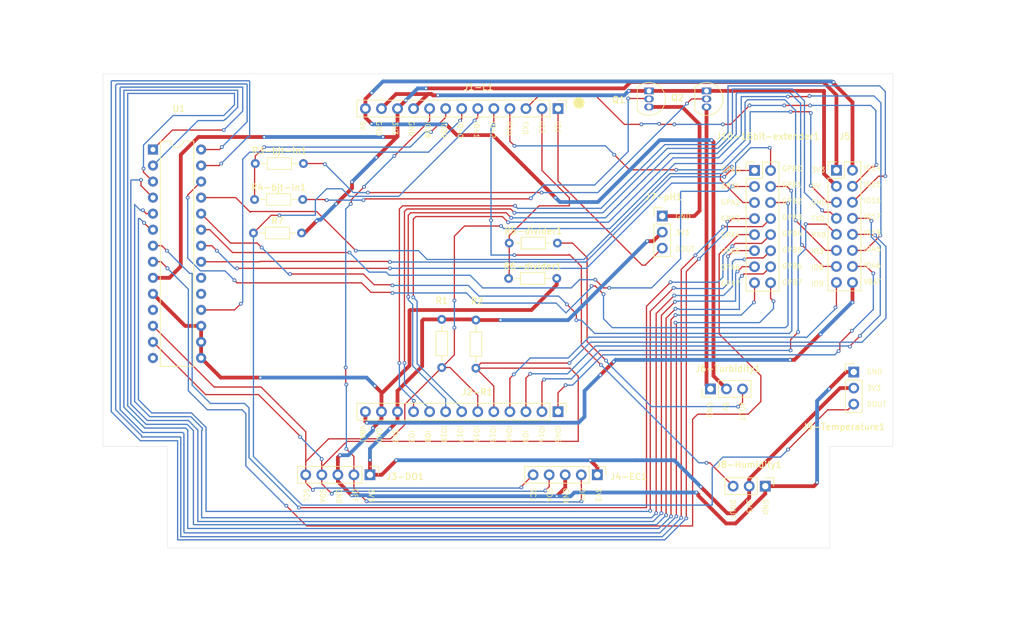
<source format=kicad_pcb>
(kicad_pcb (version 20240108) (generator "pcbnew") (generator_version "8.0")
  (layers (0 "F.Cu" signal) (31 "B.Cu" signal) (34 "B.Paste" user) (35 "F.Paste" user) (36 "B.SilkS" user "B.Silkscreen") (37 "F.SilkS" user "F.Silkscreen") (38 "B.Mask" user) (39 "F.Mask" user) (44 "Edge.Cuts" user))
  (net 0 "")
  (net 1 "IO2")
  (net 2 "RXD")
  (net 3 "IO41")
  (net 4 "GND")
  (net 5 "TXD")
  (net 6 "+5V")
  (net 7 "IO38")
  (net 8 "IO42")
  (net 9 "IO40")
  (net 10 "IO39")
  (net 11 "IO1")
  (net 12 "IO3")
  (net 13 "VBAT")
  (net 14 "IO45")
  (net 15 "IO15")
  (net 16 "IO16")
  (net 17 "IO46")
  (net 18 "IO18")
  (net 19 "IO9")
  (net 20 "IO17")
  (net 21 "IO14")
  (net 22 "IO8")
  (net 23 "Net-(J6-Turbidity1-Pin_1)")
  (net 24 "Net-(J6-Turbidity1-Pin_3)")
  (net 25 "Net-(J7-pH1-Pin_1)")
  (net 26 "+3.3V")
  (net 27 "Net-(J10-16bit-extender1-Pin_16)")
  (net 28 "Net-(J10-16bit-extender1-Pin_5)")
  (net 29 "Net-(J10-16bit-extender1-Pin_13)")
  (net 30 "Net-(J10-16bit-extender1-Pin_15)")
  (net 31 "Net-(J10-16bit-extender1-Pin_8)")
  (net 32 "Net-(J10-16bit-extender1-Pin_4)")
  (net 33 "Net-(J10-16bit-extender1-Pin_1)")
  (net 34 "Net-(J10-16bit-extender1-Pin_9)")
  (net 35 "Net-(J10-16bit-extender1-Pin_11)")
  (net 36 "Net-(J10-16bit-extender1-Pin_10)")
  (net 37 "Net-(J10-16bit-extender1-Pin_12)")
  (net 38 "Net-(J10-16bit-extender1-Pin_6)")
  (net 39 "Net-(J10-16bit-extender1-Pin_7)")
  (net 40 "Net-(J10-16bit-extender1-Pin_14)")
  (net 41 "Net-(J10-16bit-extender1-Pin_2)")
  (net 42 "Net-(Q1-B)")
  (net 43 "Net-(Q2-B)")
  (net 48 "Net-(J10-16bit-extender1-Pin_3)")
  (footprint "Resistor_THT:R_Axial_DIN0204_L3.6mm_D1.6mm_P7.62mm_Horizontal" (layer "F.Cu") (at 116.5 95.9)
    (property "Reference" "R7")
    (property "Value" "50kR")
  )
  (footprint "Connector_PinHeader_2.54mm:PinHeader_1x03_P2.54mm_Vertical" (layer "F.Cu") (at 181.2 93.22)
    (property "Reference" "J7-pH1")
    (property "Value" "Conn_01x03")
  )
  (footprint "Connector_PinHeader_2.54mm:PinHeader_1x03_P2.54mm_Vertical" (layer "F.Cu") (at 188.82 120.6 90)
    (property "Reference" "J6-Turbidity1")
    (property "Value" "Conn_01x03")
  )
  (footprint "Connector_PinHeader_2.54mm:PinHeader_1x03_P2.54mm_Vertical" (layer "F.Cu") (at 197.5 136 -90)
    (property "Reference" "J8-Humidity1")
    (property "Value" "Conn_01x03")
  )
  (footprint "Package_DIP:DIP-28_W7.62mm" (layer "F.Cu") (at 100.6 82.68)
    (property "Reference" "U1")
    (property "Value" "MCP23017_SP")
  )
  (footprint "Connector_PinHeader_2.54mm:PinHeader_1x13_P2.54mm_Vertical" (layer "F.Cu") (at 164.7 76.2 -90)
    (property "Reference" "J1-L1")
    (property "Value" "Conn_01x13")
  )
  (footprint "Resistor_THT:R_Axial_DIN0204_L3.6mm_D1.6mm_P7.62mm_Horizontal" (layer "F.Cu") (at 156.98 97.5)
    (property "Reference" "R5-divider1")
    (property "Value" "10kR")
  )
  (footprint "Resistor_THT:R_Axial_DIN0204_L3.6mm_D1.6mm_P7.62mm_Horizontal" (layer "F.Cu") (at 151.7 117.31 90)
    (property "Reference" "R2")
    (property "Value" "4.7kR")
  )
  (footprint "Connector_PinHeader_2.54mm:PinHeader_2x08_P2.54mm_Vertical" (layer "F.Cu") (at 208.76 85.96)
    (property "Reference" "J5")
    (property "Value" "Conn_02x08_Top_Bottom")
  )
  (footprint "Resistor_THT:R_Axial_DIN0204_L3.6mm_D1.6mm_P7.62mm_Horizontal" (layer "F.Cu") (at 156.88 103.1)
    (property "Reference" "R6-divider1")
    (property "Value" "20kR")
  )
  (footprint "Resistor_THT:R_Axial_DIN0204_L3.6mm_D1.6mm_P7.62mm_Horizontal" (layer "F.Cu") (at 124.41 84.9 180)
    (property "Reference" "R3-bjt-in1")
    (property "Value" "1kR")
  )
  (footprint "Package_TO_SOT_THT:TO-92_Inline" (layer "F.Cu") (at 188.2 73.4 -90)
    (property "Reference" "Q2")
    (property "Value" "2N3904")
  )
  (footprint "Connector_PinHeader_2.54mm:PinHeader_1x05_P2.54mm_Vertical" (layer "F.Cu") (at 170.92 134.2 -90)
    (property "Reference" "J4-EC1")
    (property "Value" "Conn_01x05")
  )
  (footprint "Resistor_THT:R_Axial_DIN0204_L3.6mm_D1.6mm_P7.62mm_Horizontal" (layer "F.Cu") (at 116.68 90.6)
    (property "Reference" "R4-bjt-in1")
    (property "Value" "1kR")
  )
  (footprint "Resistor_THT:R_Axial_DIN0204_L3.6mm_D1.6mm_P7.62mm_Horizontal" (layer "F.Cu") (at 146.3 109.59 -90)
    (property "Reference" "R1")
    (property "Value" "4.7kR")
  )
  (footprint "Connector_PinHeader_2.54mm:PinHeader_1x05_P2.54mm_Vertical" (layer "F.Cu") (at 134.94 134.2 -90)
    (property "Reference" "J3-DO1")
    (property "Value" "Conn_01x05")
  )
  (footprint "Connector_PinHeader_2.54mm:PinHeader_1x13_P2.54mm_Vertical" (layer "F.Cu") (at 164.7 124.2 -90)
    (property "Reference" "J2-R1")
    (property "Value" "Conn_01x13")
  )
  (footprint "Package_TO_SOT_THT:TO-92_Inline" (layer "F.Cu") (at 179.1 73.4 -90)
    (property "Reference" "Q1")
    (property "Value" "2N3904")
  )
  (footprint "Connector_PinHeader_2.54mm:PinHeader_1x03_P2.54mm_Vertical" (layer "F.Cu") (at 211.5 117.92)
    (property "Reference" "J9-Temperature1")
    (property "Value" "Conn_01x03")
  )
  (footprint "Connector_PinHeader_2.54mm:PinHeader_2x08_P2.54mm_Vertical" (layer "F.Cu") (at 195.8 86)
    (property "Reference" "J10-16bit-extender1")
    (property "Value" "Conn_02x08_Counter_Clockwise")
  )
  (gr_circle (center 168 75.3) (end 168.8 75.6) (stroke (width 0.1)) (fill solid) (layer "F.SilkS"))
  (gr_line (start 92.7 129.7) (end 102.9 129.7) (stroke (width 0.05)) (layer "Edge.Cuts"))
  (gr_line (start 207.7 129.7) (end 217.7 129.7) (stroke (width 0.05)) (layer "Edge.Cuts"))
  (gr_line (start 102.9 145.8) (end 207.7 145.8) (stroke (width 0.05)) (layer "Edge.Cuts"))
  (gr_line (start 217.7 70.7) (end 92.7 70.7) (stroke (width 0.05)) (layer "Edge.Cuts"))
  (gr_line (start 92.7 70.7) (end 92.7 129.7) (stroke (width 0.05)) (layer "Edge.Cuts"))
  (gr_line (start 207.7 145.8) (end 207.7 129.7) (stroke (width 0.05)) (layer "Edge.Cuts"))
  (gr_line (start 102.9 129.7) (end 102.9 145.8) (stroke (width 0.05)) (layer "Edge.Cuts"))
  (gr_line (start 217.7 129.7) (end 217.7 70.7) (stroke (width 0.05)) (layer "Edge.Cuts"))
  (gr_text "3V3\n\n5V\n\nGND\n\nTXD\n\nRXD\n\nIO3\n\nIO8\n\nIO9" (at 204.7 104.4 0) (layer "F.SilkS") (effects (font (size 0.8 0.8) (thickness 0.1)) (justify left bottom)))
  (gr_text "GPAO\n\nGPA1\n\nGPA2\n\nGPA3\n\nGPA4\n\nGPA5\n\nGPA6\n\nGPA7" (at 190.4 104.4 0) (layer "F.SilkS") (effects (font (size 0.8 0.8) (thickness 0.1)) (justify left bottom)))
  (gr_text "GND\n\n3V3\n\nDOUT" (at 213.5 123.5 0) (layer "F.SilkS") (effects (font (size 0.8 0.8) (thickness 0.1)) (justify left bottom)))
  (gr_text "IO45\n\nIO14\n\nIO9\n\nIO46\n\nIO15\n\nIO16\n\nIO17\n\nIO18\n\nIO8\n\nIO3\n\n3V3\n\nGND\n\nVBAT" (at 133.3 129.2 270) (layer "F.SilkS") (effects (font (size 0.8 0.8) (thickness 0.1)) (justify right bottom)))
  (gr_text "GPBO\n\nGPB1\n\nGPB2\n\nGPB3\n\nGPB4\n\nGPB5\n\nGPB6\n\nGPB7" (at 200.1 104.2 0) (layer "F.SilkS") (effects (font (size 0.8 0.8) (thickness 0.1)) (justify left bottom)))
  (gr_text "AOUT\n\n5V\n\nGND" (at 188.2 122.6 270) (layer "F.SilkS") (effects (font (size 0.8 0.8) (thickness 0.1)) (justify left bottom)))
  (gr_text "IO1\n\nIO2\n\nTXD\n\nRXD\n\nIO42\n\nIO41\n\nIO40\n\nIO39\n\nIO38\n\nGND\n\n3V3\n\nGND\n\n5V" (at 133.3 78.1 270) (layer "F.SilkS") (effects (font (size 0.8 0.8) (thickness 0.1)) (justify left bottom)))
  (gr_text "GND\n\n3V3\n\nDOUT" (at 191.9 138 270) (layer "F.SilkS") (effects (font (size 0.8 0.8) (thickness 0.1)) (justify left bottom)))
  (gr_text "3V3\n\nOFF\n\nGND\n\nSDA\n\nSCL" (at 124.4 136.3 270) (layer "F.SilkS") (effects (font (size 0.8 0.8) (thickness 0.1)) (justify left bottom)))
  (gr_text "GND\n\n3V3\n\nDOUT" (at 183.2 98.9 0) (layer "F.SilkS") (effects (font (size 0.8 0.8) (thickness 0.1)) (justify left bottom)))
  (gr_text "3V3\n\nOFF\n\nGND\n\nSDA\n\nSCL" (at 160.3 136.2 270) (layer "F.SilkS") (effects (font (size 0.8 0.8) (thickness 0.1)) (justify left bottom)))
  (gr_text "IO14\n\nIO15\n\nIO16\n\nIO17\n\nIO18\n\nIO45\n\nIO46\n\nVBAT" (at 213 104.1 0) (layer "F.SilkS") (effects (font (size 0.8 0.8) (thickness 0.1)) (justify left bottom)))
  (segment (start 156.98 103) (end 156.88 103.1) (width 0.2) (layer "F.Cu") (net 1))
  (segment (start 161.7 91.6) (end 166.5 91.6) (width 0.2) (layer "F.Cu") (net 1))
  (segment (start 156.98 96.32) (end 161.7 91.6) (width 0.2) (layer "F.Cu") (net 1))
  (segment (start 162.16 86) (end 162.16 76.2) (width 0.2) (layer "F.Cu") (net 1))
  (segment (start 166.5 90.34) (end 162.16 86) (width 0.2) (layer "F.Cu") (net 1))
  (segment (start 156.98 97.5) (end 156.98 103) (width 0.2) (layer "F.Cu") (net 1))
  (segment (start 156.98 97.5) (end 156.98 96.32) (width 0.2) (layer "F.Cu") (net 1))
  (segment (start 166.5 91.6) (end 166.5 90.34) (width 0.2) (layer "F.Cu") (net 1))
  (segment (start 176 85.9) (end 183.4 85.9) (width 0.2) (layer "F.Cu") (net 2))
  (segment (start 173.6 83.5) (end 176 85.9) (width 0.2) (layer "F.Cu") (net 2))
  (segment (start 157.08 81.38) (end 157.8 82.1) (width 0.2) (layer "F.Cu") (net 2))
  (segment (start 201.5 76.7) (end 204.5 76.7) (width 0.2) (layer "F.Cu") (net 2))
  (segment (start 204.5 76.7) (end 204.7 76.9) (width 0.2) (layer "F.Cu") (net 2))
  (segment (start 204.7 88.4) (end 207.34 91.04) (width 0.2) (layer "F.Cu") (net 2))
  (segment (start 157.08 76.2) (end 157.08 81.38) (width 0.2) (layer "F.Cu") (net 2))
  (segment (start 207.34 91.04) (end 208.76 91.04) (width 0.2) (layer "F.Cu") (net 2))
  (via (at 183.4 85.9) (size 0.6) (drill 0.3) (layers "F.Cu" "B.Cu") (net 2))
  (via (at 204.7 76.9) (size 0.6) (drill 0.3) (layers "F.Cu" "B.Cu") (net 2))
  (via (at 173.6 83.5) (size 0.6) (drill 0.3) (layers "F.Cu" "B.Cu") (net 2))
  (via (at 204.7 88.4) (size 0.6) (drill 0.3) (layers "F.Cu" "B.Cu") (net 2))
  (via (at 201.5 76.7) (size 0.6) (drill 0.3) (layers "F.Cu" "B.Cu") (net 2))
  (via (at 157.8 82.1) (size 0.6) (drill 0.3) (layers "F.Cu" "B.Cu") (net 2))
  (segment (start 204.7 76.9) (end 204.7 88.4) (width 0.2) (layer "B.Cu") (net 2))
  (segment (start 195.1 76.7) (end 201.5 76.7) (width 0.2) (layer "B.Cu") (net 2))
  (segment (start 195.1 81.6) (end 195.1 76.7) (width 0.2) (layer "B.Cu") (net 2))
  (segment (start 190.8 85.9) (end 195.1 81.6) (width 0.2) (layer "B.Cu") (net 2))
  (segment (start 183.4 85.9) (end 190.8 85.9) (width 0.2) (layer "B.Cu") (net 2))
  (segment (start 172.2 82.1) (end 173.6 83.5) (width 0.2) (layer "B.Cu") (net 2))
  (segment (start 157.8 82.1) (end 172.2 82.1) (width 0.2) (layer "B.Cu") (net 2))
  (segment (start 210.6 123.9) (end 211.5 123) (width 0.2) (layer "F.Cu") (net 3))
  (segment (start 119.3 93.1) (end 116.5 95.9) (width 0.2) (layer "F.Cu") (net 3))
  (segment (start 152 76.2) (end 152 77.6) (width 0.2) (layer "F.Cu") (net 3))
  (segment (start 201.1 130.2) (end 207.4 123.9) (width 0.2) (layer "F.Cu") (net 3))
  (segment (start 120.6 93.1) (end 119.3 93.1) (width 0.2) (layer "F.Cu") (net 3))
  (segment (start 207.4 123.9) (end 210.6 123.9) (width 0.2) (layer "F.Cu") (net 3))
  (segment (start 152 77.6) (end 151.5 78.1) (width 0.2) (layer "F.Cu") (net 3))
  (via (at 201.1 130.2) (size 0.6) (drill 0.3) (layers "F.Cu" "B.Cu") (net 3))
  (via (at 120.6 93.1) (size 0.6) (drill 0.3) (layers "F.Cu" "B.Cu") (net 3))
  (via (at 151.5 78.1) (size 0.6) (drill 0.3) (layers "F.Cu" "B.Cu") (net 3))
  (segment (start 190.8 131.4) (end 189.1 133.1) (width 0.2) (layer "B.Cu") (net 3))
  (segment (start 189.1 133.1) (end 189.1 139) (width 0.2) (layer "B.Cu") (net 3))
  (segment (start 124.2 139) (end 116.5 131.3) (width 0.2) (layer "B.Cu") (net 3))
  (segment (start 131.7 90.1) (end 130.5 88.9) (width 0.2) (layer "B.Cu") (net 3))
  (segment (start 116.5 131.3) (end 116.5 95.9) (width 0.2) (layer "B.Cu") (net 3))
  (segment (start 126.3 90.7) (end 126.3 93.1) (width 0.2) (layer "B.Cu") (net 3))
  (segment (start 126.3 93.1) (end 120.6 93.1) (width 0.2) (layer "B.Cu") (net 3))
  (segment (start 151.5 78.1) (end 139.5 90.1) (width 0.2) (layer "B.Cu") (net 3))
  (segment (start 201.1 130.2) (end 199.9 131.4) (width 0.2) (layer "B.Cu") (net 3))
  (segment (start 130.5 88.9) (end 128.1 88.9) (width 0.2) (layer "B.Cu") (net 3))
  (segment (start 128.1 88.9) (end 126.3 90.7) (width 0.2) (layer "B.Cu") (net 3))
  (segment (start 189.1 139) (end 124.2 139) (width 0.2) (layer "B.Cu") (net 3))
  (segment (start 139.5 90.1) (end 131.7 90.1) (width 0.2) (layer "B.Cu") (net 3))
  (segment (start 199.9 131.4) (end 190.8 131.4) (width 0.2) (layer "B.Cu") (net 3))
  (segment (start 136.76 121.34) (end 136.76 121.8) (width 0.2) (layer "F.Cu") (net 4))
  (segment (start 141.3 108.1) (end 141.2 108.2) (width 0.6) (layer "F.Cu") (net 4))
  (segment (start 132.05 137.45) (end 129.86 135.26) (width 0.6) (layer "F.Cu") (net 4))
  (segment (start 197.5 137.2) (end 197.5 136) (width 0.6) (layer "F.Cu") (net 4))
  (segment (start 108.22 115.7) (end 108.22 113.16) (width 0.6) (layer "F.Cu") (net 4))
  (segment (start 164.5 104.1) (end 160.5 108.1) (width 0.6) (layer "F.Cu") (net 4))
  (segment (start 192.8 141.9) (end 197.5 137.2) (width 0.6) (layer "F.Cu") (net 4))
  (segment (start 186.9 137.5) (end 191.3 141.9) (width 0.6) (layer "F.Cu") (net 4))
  (segment (start 108.22 110.62) (end 108.22 113.16) (width 0.6) (layer "F.Cu") (net 4))
  (segment (start 144.14 73.9) (end 141.84 76.2) (width 0.6) (layer "F.Cu") (net 4))
  (segment (start 206.8 86.54) (end 206.8 73.4) (width 0.6) (layer "F.Cu") (net 4))
  (segment (start 179.1 73.4) (end 175.9 73.4) (width 0.6) (layer "F.Cu") (net 4))
  (segment (start 186.9 137.3) (end 186.9 137.5) (width 0.6) (layer "F.Cu") (net 4))
  (segment (start 160.5 108.1) (end 141.3 108.1) (width 0.6) (layer "F.Cu") (net 4))
  (segment (start 165.84 136.26) (end 165.84 134.2) (width 0.6) (layer "F.Cu") (net 4))
  (segment (start 145.7 74.1) (end 144.9 74.1) (width 0.6) (layer "F.Cu") (net 4))
  (segment (start 179.1 73.4) (end 188.2 73.4) (width 0.6) (layer "F.Cu") (net 4))
  (segment (start 144.7 73.9) (end 139.06 73.9) (width 0.6) (layer "F.Cu") (net 4))
  (segment (start 117.6 118.8) (end 111.32 118.8) (width 0.6) (layer "F.Cu") (net 4))
  (segment (start 208.76 88.5) (end 206.8 86.54) (width 0.6) (layer "F.Cu") (net 4))
  (segment (start 164.5 103.1) (end 164.5 104.1) (width 0.6) (layer "F.Cu") (net 4))
  (segment (start 139.06 73.9) (end 136.76 76.2) (width 0.6) (layer "F.Cu") (net 4))
  (segment (start 130.2 131.1) (end 129.86 131.44) (width 0.6) (layer "F.Cu") (net 4))
  (segment (start 111.32 118.8) (end 108.22 115.7) (width 0.6) (layer "F.Cu") (net 4))
  (segment (start 136.76 121.16) (end 136.76 121.8) (width 0.6) (layer "F.Cu") (net 4))
  (segment (start 136.76 121.8) (end 136.76 124.2) (width 0.6) (layer "F.Cu") (net 4))
  (segment (start 211.5 117.92) (end 210.28 117.92) (width 0.6) (layer "F.Cu") (net 4))
  (segment (start 144.7 73.9) (end 144.14 73.9) (width 0.6) (layer "F.Cu") (net 4))
  (segment (start 129.86 131.44) (end 129.86 134.2) (width 0.6) (layer "F.Cu") (net 4))
  (segment (start 210.28 117.92) (end 207.6 120.6) (width 0.6) (layer "F.Cu") (net 4))
  (segment (start 135.4 126.8) (end 136.76 125.44) (width 0.6) (layer "F.Cu") (net 4))
  (segment (start 205.7 135.4) (end 205.7 135.5) (width 0.2) (layer "F.Cu") (net 4))
  (segment (start 186.6 137) (end 186.9 137.3) (width 0.6) (layer "F.Cu") (net 4))
  (segment (start 105.68 110.62) (end 100.6 105.54) (width 0.6) (layer "F.Cu") (net 4))
  (segment (start 164.5 137.6) (end 165.84 136.26) (width 0.6) (layer "F.Cu") (net 4))
  (segment (start 144.9 74.1) (end 144.7 73.9) (width 0.6) (layer "F.Cu") (net 4))
  (segment (start 206.8 73.4) (end 188.2 73.4) (width 0.6) (layer "F.Cu") (net 4))
  (segment (start 205.2 136) (end 197.5 136) (width 0.6) (layer "F.Cu") (net 4))
  (segment (start 205.7 135.5) (end 205.2 136) (width 0.6) (layer "F.Cu") (net 4))
  (segment (start 129.86 135.26) (end 129.86 134.2) (width 0.6) (layer "F.Cu") (net 4))
  (segment (start 136.76 125.44) (end 136.76 124.2) (width 0.6) (layer "F.Cu") (net 4))
  (segment (start 191.3 141.9) (end 192.8 141.9) (width 0.6) (layer "F.Cu") (net 4))
  (segment (start 141.2 108.2) (end 141.2 116.9) (width 0.6) (layer "F.Cu") (net 4))
  (segment (start 141.2 116.9) (end 136.76 121.34) (width 0.6) (layer "F.Cu") (net 4))
  (segment (start 108.22 110.62) (end 105.68 110.62) (width 0.6) (layer "F.Cu") (net 4))
  (segment (start 135.7 120.1) (end 136.76 121.16) (width 0.6) (layer "F.Cu") (net 4))
  (via (at 135.7 120.1) (size 0.6) (drill 0.3) (layers "F.Cu" "B.Cu") (net 4))
  (via (at 132.05 137.45) (size 0.6) (drill 0.3) (layers "F.Cu" "B.Cu") (net 4))
  (via (at 117.6 118.8) (size 0.6) (drill 0.3) (layers "F.Cu" "B.Cu") (net 4))
  (via (at 175.9 73.4) (size 0.6) (drill 0.3) (layers "F.Cu" "B.Cu") (net 4))
  (via (at 135.4 126.8) (size 0.6) (drill 0.3) (layers "F.Cu" "B.Cu") (net 4))
  (via (at 186.6 137) (size 0.6) (drill 0.3) (layers "F.Cu" "B.Cu") (net 4))
  (via (at 205.7 135.4) (size 0.6) (drill 0.3) (layers "F.Cu" "B.Cu") (net 4))
  (via (at 145.7 74.1) (size 0.6) (drill 0.3) (layers "F.Cu" "B.Cu") (net 4))
  (via (at 130.2 131.1) (size 0.6) (drill 0.3) (layers "F.Cu" "B.Cu") (net 4))
  (via (at 207.6 120.6) (size 0.6) (drill 0.3) (layers "F.Cu" "B.Cu") (net 4))
  (via (at 164.5 137.6) (size 0.6) (drill 0.3) (layers "F.Cu" "B.Cu") (net 4))
  (segment (start 132.05 137.45) (end 134.581371 137.45) (width 0.6) (layer "B.Cu") (net 4))
  (segment (start 164.5 137.6) (end 166.7 137.6) (width 0.6) (layer "B.Cu") (net 4))
  (segment (start 134.731371 137.6) (end 164.5 137.6) (width 0.6) (layer "B.Cu") (net 4))
  (segment (start 167.3 137) (end 186.6 137) (width 0.6) (layer "B.Cu") (net 4))
  (segment (start 131.5 131.1) (end 130.2 131.1) (width 0.6) (layer "B.Cu") (net 4))
  (segment (start 135.4 126.8) (end 135.4 127.2) (width 0.6) (layer "B.Cu") (net 4))
  (segment (start 175.168629 74.1) (end 175.868629 73.4) (width 0.6) (layer "B.Cu") (net 4))
  (segment (start 134.4 118.8) (end 117.6 118.8) (width 0.6) (layer "B.Cu") (net 4))
  (segment (start 175.868629 73.4) (end 175.9 73.4) (width 0.6) (layer "B.Cu") (net 4))
  (segment (start 134.581371 137.45) (end 134.731371 137.6) (width 0.6) (layer "B.Cu") (net 4))
  (segment (start 205.7 122.5) (end 207.6 120.6) (width 0.6) (layer "B.Cu") (net 4))
  (segment (start 166.7 137.6) (end 167.3 137) (width 0.6) (layer "B.Cu") (net 4))
  (segment (start 135.7 120.1) (end 134.4 118.8) (width 0.6) (layer "B.Cu") (net 4))
  (segment (start 145.7 74.1) (end 175.168629 74.1) (width 0.6) (layer "B.Cu") (net 4))
  (segment (start 205.7 135.4) (end 205.7 122.5) (width 0.6) (layer "B.Cu") (net 4))
  (segment (start 135.4 127.2) (end 131.5 131.1) (width 0.6) (layer "B.Cu") (net 4))
  (segment (start 190.8 78.7) (end 192 78.7) (width 0.2) (layer "F.Cu") (net 5))
  (segment (start 214.4 85.4) (end 211.3 88.5) (width 0.2) (layer "F.Cu") (net 5))
  (segment (start 183.1 78.7) (end 180.8 78.7) (width 0.2) (layer "F.Cu") (net 5))
  (segment (start 180.8 78.7) (end 180.7 78.6) (width 0.2) (layer "F.Cu") (net 5))
  (segment (start 170.6 74.1) (end 175.2 78.7) (width 0.2) (layer "F.Cu") (net 5))
  (segment (start 161.72 74.1) (end 170.6 74.1) (width 0.2) (layer "F.Cu") (net 5))
  (segment (start 192 78.7) (end 195 75.7) (width 0.2) (layer "F.Cu") (net 5))
  (segment (start 200.5 75.7) (end 204.6 75.7) (width 0.2) (layer "F.Cu") (net 5))
  (segment (start 215.1 85.1) (end 214.8 85.4) (width 0.2) (layer "F.Cu") (net 5))
  (segment (start 175.2 78.7) (end 177.9 78.7) (width 0.2) (layer "F.Cu") (net 5))
  (segment (start 214.8 85.4) (end 214.4 85.4) (width 0.2) (layer "F.Cu") (net 5))
  (segment (start 159.62 76.2) (end 161.72 74.1) (width 0.2) (layer "F.Cu") (net 5))
  (via (at 204.6 75.7) (size 0.6) (drill 0.3) (layers "F.Cu" "B.Cu") (net 5))
  (via (at 190.8 78.7) (size 0.6) (drill 0.3) (layers "F.Cu" "B.Cu") (net 5))
  (via (at 183.1 78.7) (size 0.6) (drill 0.3) (layers "F.Cu" "B.Cu") (net 5))
  (via (at 177.9 78.7) (size 0.6) (drill 0.3) (layers "F.Cu" "B.Cu") (net 5))
  (via (at 215.1 85.1) (size 0.6) (drill 0.3) (layers "F.Cu" "B.Cu") (net 5))
  (via (at 200.5 75.7) (size 0.6) (drill 0.3) (layers "F.Cu" "B.Cu") (net 5))
  (via (at 195 75.7) (size 0.6) (drill 0.3) (layers "F.Cu" "B.Cu") (net 5))
  (via (at 180.7 78.6) (size 0.6) (drill 0.3) (layers "F.Cu" "B.Cu") (net 5))
  (segment (start 177.9 78.7) (end 178 78.6) (width 0.2) (layer "B.Cu") (net 5))
  (segment (start 187.4 78.7) (end 183.1 78.7) (width 0.2) (layer "B.Cu") (net 5))
  (segment (start 215 76.5) (end 215 85) (width 0.2) (layer "B.Cu") (net 5))
  (segment (start 215 85) (end 215.1 85.1) (width 0.2) (layer "B.Cu") (net 5))
  (segment (start 214.2 75.7) (end 215 76.5) (width 0.2) (layer "B.Cu") (net 5))
  (segment (start 178 78.6) (end 180.7 78.6) (width 0.2) (layer "B.Cu") (net 5))
  (segment (start 187.4 78.7) (end 190.8 78.7) (width 0.2) (layer "B.Cu") (net 5))
  (segment (start 204.6 75.7) (end 214.2 75.7) (width 0.2) (layer "B.Cu") (net 5))
  (segment (start 195 75.7) (end 200.5 75.7) (width 0.2) (layer "B.Cu") (net 5))
  (segment (start 189.3 118.54) (end 189.3 81.5) (width 0.6) (layer "F.Cu") (net 6))
  (segment (start 154.4 80.4) (end 148.7 80.4) (width 0.6) (layer "F.Cu") (net 6))
  (segment (start 135.2 78.6) (end 134.22 77.62) (width 0.6) (layer "F.Cu") (net 6))
  (segment (start 211.3 75.2) (end 211.3 85.96) (width 0.6) (layer "F.Cu") (net 6))
  (segment (start 208.3 72) (end 208.3 72.2) (width 0.6) (layer "F.Cu") (net 6))
  (segment (start 208.3 72.2) (end 211.3 75.2) (width 0.6) (layer "F.Cu") (net 6))
  (segment (start 148.7 80.4) (end 147 78.7) (width 0.6) (layer "F.Cu") (net 6))
  (segment (start 134.22 74.68) (end 134.22 76.2) (width 0.6) (layer "F.Cu") (net 6))
  (segment (start 191.36 120.6) (end 189.3 118.54) (width 0.6) (layer "F.Cu") (net 6))
  (segment (start 164.3 90.3) (end 154.4 80.4) (width 0.6) (layer "F.Cu") (net 6))
  (segment (start 135.2 73.7) (end 134.22 74.68) (width 0.6) (layer "F.Cu") (net 6))
  (segment (start 189.3 81.5) (end 189 81.2) (width 0.6) (layer "F.Cu") (net 6))
  (segment (start 134.22 77.62) (end 134.22 76.2) (width 0.6) (layer "F.Cu") (net 6))
  (via (at 135.2 73.7) (size 0.6) (drill 0.3) (layers "F.Cu" "B.Cu") (net 6))
  (via (at 189 81.2) (size 0.6) (drill 0.3) (layers "F.Cu" "B.Cu") (net 6))
  (via (at 147 78.7) (size 0.6) (drill 0.3) (layers "F.Cu" "B.Cu") (net 6))
  (via (at 164.3 90.3) (size 0.6) (drill 0.3) (layers "F.Cu" "B.Cu") (net 6))
  (via (at 135.2 78.6) (size 0.6) (drill 0.3) (layers "F.Cu" "B.Cu") (net 6))
  (via (at 208.3 72) (size 0.6) (drill 0.3) (layers "F.Cu" "B.Cu") (net 6))
  (segment (start 180.8 81.2) (end 171 91) (width 0.6) (layer "B.Cu") (net 6))
  (segment (start 208 71.9) (end 137 71.9) (width 0.6) (layer "B.Cu") (net 6))
  (segment (start 208.3 72) (end 208.1 72) (width 0.2) (layer "B.Cu") (net 6))
  (segment (start 165 91) (end 164.3 90.3) (width 0.6) (layer "B.Cu") (net 6))
  (segment (start 208.1 72) (end 208 71.9) (width 0.6) (layer "B.Cu") (net 6))
  (segment (start 171 91) (end 165 91) (width 0.6) (layer "B.Cu") (net 6))
  (segment (start 189 81.2) (end 180.8 81.2) (width 0.6) (layer "B.Cu") (net 6))
  (segment (start 147 78.7) (end 135.3 78.7) (width 0.6) (layer "B.Cu") (net 6))
  (segment (start 137 71.9) (end 135.2 73.7) (width 0.6) (layer "B.Cu") (net 6))
  (segment (start 135.3 78.7) (end 135.2 78.6) (width 0.2) (layer "B.Cu") (net 6))
  (segment (start 144.38 78.12) (end 144.38 76.2) (width 0.2) (layer "F.Cu") (net 7))
  (segment (start 168.38 135.92) (end 168.38 134.2) (width 0.2) (layer "F.Cu") (net 7))
  (segment (start 131.2 130.1) (end 132.4 131.3) (width 0.2) (layer "F.Cu") (net 7))
  (segment (start 132 90.6) (end 134 88.6) (width 0.2) (layer "F.Cu") (net 7))
  (segment (start 134.4 138.4) (end 132.4 136.4) (width 0.2) (layer "F.Cu") (net 7))
  (segment (start 132 91.2) (end 132 90.6) (width 0.2) (layer "F.Cu") (net 7))
  (segment (start 131.1 119.8) (end 131.1 117.2) (width 0.2) (layer "F.Cu") (net 7))
  (segment (start 168.4 138.4) (end 168.4 135.94) (width 0.2) (layer "F.Cu") (net 7))
  (segment (start 131.9 91.3) (end 132 91.2) (width 0.2) (layer "F.Cu") (net 7))
  (segment (start 138.8 83.7) (end 144.38 78.12) (width 0.2) (layer "F.Cu") (net 7))
  (segment (start 168.4 135.94) (end 168.38 135.92) (width 0.2) (layer "F.Cu") (net 7))
  (segment (start 132.4 131.3) (end 132.4 134.2) (width 0.2) (layer "F.Cu") (net 7))
  (segment (start 131.2 119.9) (end 131.1 119.8) (width 0.2) (layer "F.Cu") (net 7))
  (segment (start 132.4 136.4) (end 132.4 134.2) (width 0.2) (layer "F.Cu") (net 7))
  (via (at 131.2 119.9) (size 0.6) (drill 0.3) (layers "F.Cu" "B.Cu") (net 7))
  (via (at 131.1 117.2) (size 0.6) (drill 0.3) (layers "F.Cu" "B.Cu") (net 7))
  (via (at 168.4 138.4) (size 0.6) (drill 0.3) (layers "F.Cu" "B.Cu") (net 7))
  (via (at 138.8 83.7) (size 0.6) (drill 0.3) (layers "F.Cu" "B.Cu") (net 7))
  (via (at 134 88.6) (size 0.6) (drill 0.3) (layers "F.Cu" "B.Cu") (net 7))
  (via (at 131.2 130.1) (size 0.6) (drill 0.3) (layers "F.Cu" "B.Cu") (net 7))
  (via (at 134.4 138.4) (size 0.6) (drill 0.3) (layers "F.Cu" "B.Cu") (net 7))
  (via (at 131.9 91.3) (size 0.6) (drill 0.3) (layers "F.Cu" "B.Cu") (net 7))
  (segment (start 134 88.5) (end 138.8 83.7) (width 0.2) (layer "B.Cu") (net 7))
  (segment (start 131.2 130.1) (end 131.2 119.9) (width 0.2) (layer "B.Cu") (net 7))
  (segment (start 134 88.6) (end 134 88.5) (width 0.2) (layer "B.Cu") (net 7))
  (segment (start 134.5 138.5) (end 134.4 138.4) (width 0.2) (layer "B.Cu") (net 7))
  (segment (start 168.4 138.4) (end 168.3 138.5) (width 0.2) (layer "B.Cu") (net 7))
  (segment (start 168.3 138.5) (end 134.5 138.5) (width 0.2) (layer "B.Cu") (net 7))
  (segment (start 131.1 117.2) (end 131.1 92.1) (width 0.2) (layer "B.Cu") (net 7))
  (segment (start 131.1 92.1) (end 131.9 91.3) (width 0.2) (layer "B.Cu") (net 7))
  (segment (start 154.5 78.8) (end 154.54 78.76) (width 0.2) (layer "F.Cu") (net 8))
  (segment (start 166.4 99.4) (end 157.8 99.4) (width 0.2) (layer "F.Cu") (net 8))
  (segment (start 154.54 78.76) (end 154.54 76.2) (width 0.2) (layer "F.Cu") (net 8))
  (segment (start 166.5 99.3) (end 166.4 99.4) (width 0.2) (layer "F.Cu") (net 8))
  (segment (start 154 94) (end 154.1 93.9) (width 0.2) (layer "F.Cu") (net 8))
  (segment (start 168.4 101.2) (end 166.5 99.3) (width 0.2) (layer "F.Cu") (net 8))
  (segment (start 171.5 116.8) (end 168.4 113.7) (width 0.2) (layer "F.Cu") (net 8))
  (segment (start 168.4 113.7) (end 168.4 106.6) (width 0.2) (layer "F.Cu") (net 8))
  (segment (start 188.72 132.3) (end 188.2 132.3) (width 0.2) (layer "F.Cu") (net 8))
  (segment (start 168.4 106.6) (end 168.4 101.2) (width 0.2) (layer "F.Cu") (net 8))
  (segment (start 192.42 136) (end 188.72 132.3) (width 0.2) (layer "F.Cu") (net 8))
  (via (at 154.1 93.9) (size 0.6) (drill 0.3) (layers "F.Cu" "B.Cu") (net 8))
  (via (at 154.5 78.8) (size 0.6) (drill 0.3) (layers "F.Cu" "B.Cu") (net 8))
  (via (at 157.8 99.4) (size 0.6) (drill 0.3) (layers "F.Cu" "B.Cu") (net 8))
  (via (at 188.2 132.3) (size 0.6) (drill 0.3) (layers "F.Cu" "B.Cu") (net 8))
  (via (at 171.5 116.8) (size 0.6) (drill 0.3) (layers "F.Cu" "B.Cu") (net 8))
  (segment (start 188.2 132.3) (end 187 132.3) (width 0.2) (layer "B.Cu") (net 8))
  (segment (start 154.1 79.2) (end 154.5 78.8) (width 0.2) (layer "B.Cu") (net 8))
  (segment (start 154.1 99.4) (end 154.1 93.9) (width 0.2) (layer "B.Cu") (net 8))
  (segment (start 157.8 99.4) (end 154.1 99.4) (width 0.2) (layer "B.Cu") (net 8))
  (segment (start 187 132.3) (end 171.5 116.8) (width 0.2) (layer "B.Cu") (net 8))
  (segment (start 154.1 93.9) (end 154.1 79.2) (width 0.2) (layer "B.Cu") (net 8))
  (segment (start 149.46 77.84) (end 149.2 78.1) (width 0.2) (layer "F.Cu") (net 9))
  (segment (start 149.46 76.2) (end 149.46 77.84) (width 0.2) (layer "F.Cu") (net 9))
  (segment (start 113.52 108.08) (end 108.22 108.08) (width 0.2) (layer "F.Cu") (net 9))
  (segment (start 114.5 107.1) (end 113.52 108.08) (width 0.2) (layer "F.Cu") (net 9))
  (via (at 114.5 107.1) (size 0.6) (drill 0.3) (layers "F.Cu" "B.Cu") (net 9))
  (via (at 149.2 78.1) (size 0.6) (drill 0.3) (layers "F.Cu" "B.Cu") (net 9))
  (segment (start 114.8 106.8) (end 114.5 107.1) (width 0.2) (layer "B.Cu") (net 9))
  (segment (start 114.8 84.2) (end 114.8 95.8) (width 0.2) (layer "B.Cu") (net 9))
  (segment (start 144.2 83.1) (end 115.9 83.1) (width 0.2) (layer "B.Cu") (net 9))
  (segment (start 115.9 83.1) (end 114.8 84.2) (width 0.2) (layer "B.Cu") (net 9))
  (segment (start 149.2 78.1) (end 144.2 83.1) (width 0.2) (layer "B.Cu") (net 9))
  (segment (start 114.8 95.8) (end 114.8 106.8) (width 0.2) (layer "B.Cu") (net 9))
  (segment (start 144.6 79.9) (end 146.92 77.58) (width 0.2) (layer "F.Cu") (net 10))
  (segment (start 116.79 84.9) (end 116.79 83.71) (width 0.2) (layer "F.Cu") (net 10))
  (segment (start 116.79 83.71) (end 118.2 82.3) (width 0.2) (layer "F.Cu") (net 10))
  (segment (start 116.68 90.6) (end 116.68 85.01) (width 0.2) (layer "F.Cu") (net 10))
  (segment (start 146.92 77.58) (end 146.92 76.2) (width 0.2) (layer "F.Cu") (net 10))
  (segment (start 116.68 85.01) (end 116.79 84.9) (width 0.2) (layer "F.Cu") (net 10))
  (via (at 118.2 82.3) (size 0.6) (drill 0.3) (layers "F.Cu" "B.Cu") (net 10))
  (via (at 144.6 79.9) (size 0.6) (drill 0.3) (layers "F.Cu" "B.Cu") (net 10))
  (segment (start 141.3 82.3) (end 118.2 82.3) (width 0.2) (layer "B.Cu") (net 10))
  (segment (start 143.7 79.9) (end 141.3 82.3) (width 0.2) (layer "B.Cu") (net 10))
  (segment (start 144.6 79.9) (end 143.7 79.9) (width 0.2) (layer "B.Cu") (net 10))
  (segment (start 181.2 98.3) (end 178.5 101) (width 0.2) (layer "F.Cu") (net 11))
  (segment (start 178 101) (end 164.7 87.7) (width 0.2) (layer "F.Cu") (net 11))
  (segment (start 164.7 87.7) (end 164.7 76.2) (width 0.2) (layer "F.Cu") (net 11))
  (segment (start 178.5 101) (end 178 101) (width 0.2) (layer "F.Cu") (net 11))
  (segment (start 216.5 86.9) (end 215.44 86.9) (width 0.2) (layer "F.Cu") (net 12))
  (segment (start 141.84 122.51853) (end 141.879265 122.479265) (width 0.2) (layer "F.Cu") (net 12))
  (segment (start 139.6 116.5) (end 139.6 92.1) (width 0.2) (layer "F.Cu") (net 12))
  (segment (start 215.44 86.9) (end 211.3 91.04) (width 0.2) (layer "F.Cu") (net 12))
  (segment (start 140.1 91.6) (end 157.9 91.6) (width 0.2) (layer "F.Cu") (net 12))
  (segment (start 141.84 124.2) (end 141.84 122.9) (width 0.2) (layer "F.Cu") (net 12))
  (segment (start 141.84 122.9) (end 141.84 122.51853) (width 0.2) (layer "F.Cu") (net 12))
  (segment (start 139.6 92.1) (end 140.1 91.6) (width 0.2) (layer "F.Cu") (net 12))
  (via (at 157.9 91.6) (size 0.6) (drill 0.3) (layers "F.Cu" "B.Cu") (net 12))
  (via (at 139.6 116.5) (size 0.6) (drill 0.3) (layers "F.Cu" "B.Cu") (net 12))
  (via (at 216.5 86.9) (size 0.6) (drill 0.3) (layers "F.Cu" "B.Cu") (net 12))
  (via (at 141.879265 122.479265) (size 0.6) (drill 0.3) (layers "F.Cu" "B.Cu") (net 12))
  (segment (start 216.5 73.5) (end 215.6 72.6) (width 0.2) (layer "B.Cu") (net 12))
  (segment (start 215.6 72.6) (end 191.6 72.6) (width 0.2) (layer "B.Cu") (net 12))
  (segment (start 181.6 81.9) (end 171.5 92) (width 0.2) (layer "B.Cu") (net 12))
  (segment (start 141.879265 122.479265) (end 139.6 120.2) (width 0.2) (layer "B.Cu") (net 12))
  (segment (start 216.5 73.5) (end 216.5 87) (width 0.2) (layer "B.Cu") (net 12))
  (segment (start 139.6 120.2) (end 139.6 116.5) (width 0.2) (layer "B.Cu") (net 12))
  (segment (start 191.6 72.6) (end 191.6 80) (width 0.2) (layer "B.Cu") (net 12))
  (segment (start 171.5 92) (end 158.3 92) (width 0.2) (layer "B.Cu") (net 12))
  (segment (start 216.5 87) (end 216.5 86.9) (width 0.2) (layer "B.Cu") (net 12))
  (segment (start 158.3 92) (end 157.9 91.6) (width 0.2) (layer "B.Cu") (net 12))
  (segment (start 191.6 80) (end 189.7 81.9) (width 0.2) (layer "B.Cu") (net 12))
  (segment (start 189.7 81.9) (end 181.6 81.9) (width 0.2) (layer "B.Cu") (net 12))
  (segment (start 206.25 111.95) (end 206.15 111.95) (width 0.6) (layer "F.Cu") (net 13))
  (segment (start 134.22 125.72) (end 134.22 124.2) (width 0.6) (layer "F.Cu") (net 13))
  (segment (start 206.15 111.95) (end 202.1 116) (width 0.6) (layer "F.Cu") (net 13))
  (segment (start 211.3 106.9) (end 211.3 103.74) (width 0.6) (layer "F.Cu") (net 13))
  (segment (start 202.1 116) (end 201.4 116) (width 0.6) (layer "F.Cu") (net 13))
  (segment (start 173.5 116.3) (end 171.4 118.4) (width 0.6) (layer "F.Cu") (net 13))
  (segment (start 134.45 125.95) (end 134.22 125.72) (width 0.6) (layer "F.Cu") (net 13))
  (via (at 134.45 125.95) (size 0.6) (drill 0.3) (layers "F.Cu" "B.Cu") (net 13))
  (via (at 211.3 106.9) (size 0.6) (drill 0.3) (layers "F.Cu" "B.Cu") (net 13))
  (via (at 173.5 116.3) (size 0.6) (drill 0.3) (layers "F.Cu" "B.Cu") (net 13))
  (via (at 171.4 118.4) (size 0.6) (drill 0.3) (layers "F.Cu" "B.Cu") (net 13))
  (via (at 206.25 111.95) (size 0.6) (drill 0.3) (layers "F.Cu" "B.Cu") (net 13))
  (via (at 201.4 116) (size 0.6) (drill 0.3) (layers "F.Cu" "B.Cu") (net 13))
  (segment (start 211.2 106.9) (end 206.25 111.85) (width 0.6) (layer "B.Cu") (net 13))
  (segment (start 134.45 125.95) (end 167.95 125.95) (width 0.6) (layer "B.Cu") (net 13))
  (segment (start 173.8 116) (end 173.5 116.3) (width 0.6) (layer "B.Cu") (net 13))
  (segment (start 168.9 125) (end 168.9 120.9) (width 0.6) (layer "B.Cu") (net 13))
  (segment (start 211.3 106.9) (end 211.2 106.9) (width 0.6) (layer "B.Cu") (net 13))
  (segment (start 206.25 111.85) (end 206.25 111.95) (width 0.6) (layer "B.Cu") (net 13))
  (segment (start 167.95 125.95) (end 168.9 125) (width 0.6) (layer "B.Cu") (net 13))
  (segment (start 201.4 116) (end 173.8 116) (width 0.6) (layer "B.Cu") (net 13))
  (segment (start 168.9 120.9) (end 171.4 118.4) (width 0.6) (layer "B.Cu") (net 13))
  (segment (start 209.3 113.3) (end 211.2 111.4) (width 0.2) (layer "F.Cu") (net 14))
  (segment (start 164.7 121.2) (end 165.9 120) (width 0.2) (layer "F.Cu") (net 14))
  (segment (start 214.6 102.3) (end 213.5 101.2) (width 0.2) (layer "F.Cu") (net 14))
  (segment (start 209.1 114.6) (end 209.3 114.4) (width 0.2) (layer "F.Cu") (net 14))
  (segment (start 213.5 101.2) (end 211.3 101.2) (width 0.2) (layer "F.Cu") (net 14))
  (segment (start 209.3 114.4) (end 209.3 113.3) (width 0.2) (layer "F.Cu") (net 14))
  (segment (start 164.7 124.2) (end 164.7 121.2) (width 0.2) (layer "F.Cu") (net 14))
  (via (at 214.6 102.3) (size 0.6) (drill 0.3) (layers "F.Cu" "B.Cu") (net 14))
  (via (at 209.1 114.6) (size 0.6) (drill 0.3) (layers "F.Cu" "B.Cu") (net 14))
  (via (at 211.2 111.4) (size 0.6) (drill 0.3) (layers "F.Cu" "B.Cu") (net 14))
  (via (at 165.9 120) (size 0.6) (drill 0.3) (layers "F.Cu" "B.Cu") (net 14))
  (segment (start 167 120) (end 171.8 115.2) (width 0.2) (layer "B.Cu") (net 14))
  (segment (start 211.2 111.4) (end 214.6 108) (width 0.2) (layer "B.Cu") (net 14))
  (segment (start 171.8 115.2) (end 208.5 115.2) (width 0.2) (layer "B.Cu") (net 14))
  (segment (start 208.5 115.2) (end 209.1 114.6) (width 0.2) (layer "B.Cu") (net 14))
  (segment (start 214.6 108) (end 214.6 107.5) (width 0.2) (layer "B.Cu") (net 14))
  (segment (start 214.6 107.5) (end 214.6 102.3) (width 0.2) (layer "B.Cu") (net 14))
  (segment (start 165.9 120) (end 167 120) (width 0.2) (layer "B.Cu") (net 14))
  (segment (start 108.94 121.5) (end 117.3 121.5) (width 0.2) (layer "F.Cu") (net 15))
  (segment (start 167.9 118.6) (end 167.9 128.9) (width 0.2) (layer "F.Cu") (net 15))
  (segment (start 152.51 116.5) (end 166.5 116.5) (width 0.2) (layer "F.Cu") (net 15))
  (segment (start 127.3 133.28) (end 127.32 133.3) (width 0.2) (layer "F.Cu") (net 15))
  (segment (start 151.7 117.31) (end 166.61 117.31) (width 0.2) (layer "F.Cu") (net 15))
  (segment (start 154.54 120.15) (end 151.7 117.31) (width 0.2) (layer "F.Cu") (net 15))
  (segment (start 166.61 117.31) (end 167.9 118.6) (width 0.2) (layer "F.Cu") (net 15))
  (segment (start 127.32 133.3) (end 127.32 134.2) (width 0.2) (layer "F.Cu") (net 15))
  (segment (start 167.9 128.9) (end 131.3 128.9) (width 0.2) (layer "F.Cu") (net 15))
  (segment (start 131.3 128.9) (end 127.32 132.88) (width 0.2) (layer "F.Cu") (net 15))
  (segment (start 163.3 136.1) (end 163.3 134.2) (width 0.2) (layer "F.Cu") (net 15))
  (segment (start 214.524265 96.275735) (end 214.36853 96.12) (width 0.2) (layer "F.Cu") (net 15))
  (segment (start 214.36853 96.12) (end 211.3 96.12) (width 0.2) (layer "F.Cu") (net 15))
  (segment (start 162.7 136.7) (end 163.3 136.1) (width 0.2) (layer "F.Cu") (net 15))
  (segment (start 214.875735 96.275735) (end 214.524265 96.275735) (width 0.2) (layer "F.Cu") (net 15))
  (segment (start 117.3 121.5) (end 123.9 128.1) (width 0.2) (layer "F.Cu") (net 15))
  (segment (start 123.9 128.1) (end 123.9 128.2) (width 0.2) (layer "F.Cu") (net 15))
  (segment (start 154.54 124.2) (end 154.54 120.15) (width 0.2) (layer "F.Cu") (net 15))
  (segment (start 127.32 134.2) (end 127.32 135.62) (width 0.2) (layer "F.Cu") (net 15))
  (segment (start 127.3 131.7) (end 127.3 133.28) (width 0.2) (layer "F.Cu") (net 15))
  (segment (start 127.32 132.88) (end 127.32 133.3) (width 0.2) (layer "F.Cu") (net 15))
  (segment (start 151.7 117.31) (end 152.51 116.5) (width 0.2) (layer "F.Cu") (net 15))
  (segment (start 100.6 113.16) (end 108.94 121.5) (width 0.2) (layer "F.Cu") (net 15))
  (segment (start 127.32 135.62) (end 128.9 137.2) (width 0.2) (layer "F.Cu") (net 15))
  (via (at 166.5 116.5) (size 0.6) (drill 0.3) (layers "F.Cu" "B.Cu") (net 15))
  (via (at 214.875735 96.275735) (size 0.6) (drill 0.3) (layers "F.Cu" "B.Cu") (net 15))
  (via (at 123.9 128.2) (size 0.6) (drill 0.3) (layers "F.Cu" "B.Cu") (net 15))
  (via (at 128.9 137.2) (size 0.6) (drill 0.3) (layers "F.Cu" "B.Cu") (net 15))
  (via (at 127.3 131.7) (size 0.6) (drill 0.3) (layers "F.Cu" "B.Cu") (net 15))
  (via (at 162.7 136.7) (size 0.6) (drill 0.3) (layers "F.Cu" "B.Cu") (net 15))
  (segment (start 216.6 98.048529) (end 214.875735 96.324264) (width 0.2) (layer "B.Cu") (net 15))
  (segment (start 169.8 113.2) (end 212.8 113.2) (width 0.2) (layer "B.Cu") (net 15))
  (segment (start 129.3 136.8) (end 162.6 136.8) (width 0.2) (layer "B.Cu") (net 15))
  (segment (start 166.5 116.5) (end 169.8 113.2) (width 0.2) (layer "B.Cu") (net 15))
  (segment (start 216.6 109.4) (end 216.6 98.048529) (width 0.2) (layer "B.Cu") (net 15))
  (segment (start 162.6 136.8) (end 162.7 136.7) (width 0.2) (layer "B.Cu") (net 15))
  (segment (start 212.8 113.2) (end 216.6 109.4) (width 0.2) (layer "B.Cu") (net 15))
  (segment (start 127.3 131.6) (end 123.9 128.2) (width 0.2) (layer "B.Cu") (net 15))
  (segment (start 214.875735 96.324264) (end 214.875735 96.275735) (width 0.2) (layer "B.Cu") (net 15))
  (segment (start 127.3 131.7) (end 127.3 131.6) (width 0.2) (layer "B.Cu") (net 15))
  (segment (start 128.9 137.2) (end 129.3 136.8) (width 0.2) (layer "B.Cu") (net 15))
  (segment (start 140.45 123.06) (end 140.45 126.25) (width 0.2) (layer "F.Cu") (net 16))
  (segment (start 110.28 120.3) (end 117.7 120.3) (width 0.2) (layer "F.Cu") (net 16))
  (segment (start 152 124.2) (end 152 121.6) (width 0.2) (layer "F.Cu") (net 16))
  (segment (start 128.4 128.5) (end 124.78 132.12) (width 0.2) (layer "F.Cu") (net 16))
  (segment (start 100.6 110.62) (end 110.28 120.3) (width 0.2) (layer "F.Cu") (net 16))
  (segment (start 149.9 94.8) (end 155.694214 94.8) (width 0.2) (layer "F.Cu") (net 16))
  (segment (start 207.06 98.66) (end 208.76 98.66) (width 0.2) (layer "F.Cu") (net 16))
  (segment (start 117.7 120.3) (end 124.78 127.38) (width 0.2) (layer "F.Cu") (net 16))
  (segment (start 138.2 128.5) (end 128.4 128.5) (width 0.2) (layer "F.Cu") (net 16))
  (segment (start 202.3 93.9) (end 207.06 98.66) (width 0.2) (layer "F.Cu") (net 16))
  (segment (start 140.45 126.25) (end 138.2 128.5) (width 0.2) (layer "F.Cu") (net 16))
  (segment (start 158.9 136.06) (end 160.76 134.2) (width 0.2) (layer "F.Cu") (net 16))
  (segment (start 147.61 117.21) (end 146.3 117.21) (width 0.2) (layer "F.Cu") (net 16))
  (segment (start 148.3 115.21) (end 148.3 110.9) (width 0.2) (layer "F.Cu") (net 16))
  (segment (start 124.78 134.2) (end 124.78 135.48) (width 0.2) (layer "F.Cu") (net 16))
  (segment (start 152 121.6) (end 147.61 117.21) (width 0.2) (layer "F.Cu") (net 16))
  (segment (start 146.3 117.21) (end 148.3 115.21) (width 0.2) (layer "F.Cu") (net 16))
  (segment (start 148.3 106.6) (end 148.3 96.4) (width 0.2) (layer "F.Cu") (net 16))
  (segment (start 124.78 132.12) (end 124.78 134.2) (width 0.2) (layer "F.Cu") (net 16))
  (segment (start 124.78 127.38) (end 124.78 132.12) (width 0.2) (layer "F.Cu") (net 16))
  (segment (start 148.3 96.4) (end 149.9 94.8) (width 0.2) (layer "F.Cu") (net 16))
  (segment (start 146.3 117.21) (end 140.45 123.06) (width 0.2) (layer "F.Cu") (net 16))
  (segment (start 158.9 136.2) (end 158.9 136.06) (width 0.2) (layer "F.Cu") (net 16))
  (segment (start 124.78 135.48) (end 125.9 136.6) (width 0.2) (layer "F.Cu") (net 16))
  (via (at 148.3 106.6) (size 0.6) (drill 0.3) (layers "F.Cu" "B.Cu") (net 16))
  (via (at 202.3 93.9) (size 0.6) (drill 0.3) (layers "F.Cu" "B.Cu") (net 16))
  (via (at 158.9 136.2) (size 0.6) (drill 0.3) (layers "F.Cu" "B.Cu") (net 16))
  (via (at 155.694214 94.8) (size 0.6) (drill 0.3) (layers "F.Cu" "B.Cu") (net 16))
  (via (at 125.9 136.6) (size 0.6) (drill 0.3) (layers "F.Cu" "B.Cu") (net 16))
  (via (at 148.3 110.9) (size 0.6) (drill 0.3) (layers "F.Cu" "B.Cu") (net 16))
  (segment (start 194.3 81.2) (end 194.3 79.5) (width 0.2) (layer "B.Cu") (net 16))
  (segment (start 174.4 93.7) (end 183.2 84.9) (width 0.2) (layer "B.Cu") (net 16))
  (segment (start 172.9 95.2) (end 174.4 93.7) (width 0.2) (layer "B.Cu") (net 16))
  (segment (start 155.694214 94.8) (end 156.094214 95.2) (width 0.2) (layer "B.Cu") (net 16))
  (segment (start 156.094214 95.2) (end 158 95.2) (width 0.2) (layer "B.Cu") (net 16))
  (segment (start 202.3 76.7) (end 202.3 84.5) (width 0.2) (layer "B.Cu") (net 16))
  (segment (start 125.9 136.6) (end 126.2 136.3) (width 0.2) (layer "B.Cu") (net 16))
  (segment (start 202.3 84.5) (end 202.3 93.9) (width 0.2) (layer "B.Cu") (net 16))
  (segment (start 191.7 83.8) (end 194.3 81.2) (width 0.2) (layer "B.Cu") (net 16))
  (segment (start 194.7 74.8) (end 200.6 74.8) (width 0.2) (layer "B.Cu") (net 16))
  (segment (start 183.5 84.9) (end 190.6 84.9) (width 0.2) (layer "B.Cu") (net 16))
  (segment (start 126.2 136.3) (end 132.3 136.3) (width 0.2) (layer "B.Cu") (net 16))
  (segment (start 200.7 74.9) (end 202.3 76.5) (width 0.2) (layer "B.Cu") (net 16))
  (segment (start 148.3 110.9) (end 148.3 106.6) (width 0.2) (layer "B.Cu") (net 16))
  (segment (start 194.3 79.6) (end 194.3 75.2) (width 0.2) (layer "B.Cu") (net 16))
  (segment (start 194.3 75.2) (end 194.7 74.8) (width 0.2) (layer "B.Cu") (net 16))
  (segment (start 183.2 84.9) (end 183.5 84.9) (width 0.2) (layer "B.Cu") (net 16))
  (segment (start 194.3 79.5) (end 194.3 79.6) (width 0.2) (layer "B.Cu") (net 16))
  (segment (start 158.8 136.3) (end 158.9 136.2) (width 0.2) (layer "B.Cu") (net 16))
  (segment (start 132.3 136.3) (end 158.8 136.3) (width 0.2) (layer "B.Cu") (net 16))
  (segment (start 158 95.2) (end 172.9 95.2) (width 0.2) (layer "B.Cu") (net 16))
  (segment (start 200.6 74.8) (end 200.7 74.9) (width 0.2) (layer "B.Cu") (net 16))
  (segment (start 190.6 84.9) (end 191.7 83.8) (width 0.2) (layer "B.Cu") (net 16))
  (segment (start 202.3 76.5) (end 202.3 76.7) (width 0.2) (layer "B.Cu") (net 16))
  (segment (start 157.08 118.92) (end 157.7 118.3) (width 0.2) (layer "F.Cu") (net 17))
  (segment (start 208.6 107.7) (end 208.76 107.54) (width 0.2) (layer "F.Cu") (net 17))
  (segment (start 208.76 107.54) (end 208.76 103.74) (width 0.2) (layer "F.Cu") (net 17))
  (segment (start 157.08 124.2) (end 157.08 118.92) (width 0.2) (layer "F.Cu") (net 17))
  (via (at 157.7 118.3) (size 0.6) (drill 0.3) (layers "F.Cu" "B.Cu") (net 17))
  (via (at 208.6 107.7) (size 0.6) (drill 0.3) (layers "F.Cu" "B.Cu") (net 17))
  (segment (start 157.7 118.3) (end 160.3 115.7) (width 0.2) (layer "B.Cu") (net 17))
  (segment (start 203.9 112.4) (end 204 112.5) (width 0.2) (layer "B.Cu") (net 17))
  (segment (start 204 112.5) (end 208.6 107.9) (width 0.2) (layer "B.Cu") (net 17))
  (segment (start 169.6 112.4) (end 169.8 112.4) (width 0.2) (layer "B.Cu") (net 17))
  (segment (start 160.3 115.7) (end 166.3 115.7) (width 0.2) (layer "B.Cu") (net 17))
  (segment (start 169.8 112.4) (end 203.9 112.4) (width 0.2) (layer "B.Cu") (net 17))
  (segment (start 208.6 107.9) (end 208.6 107.7) (width 0.2) (layer "B.Cu") (net 17))
  (segment (start 166.3 115.7) (end 169.6 112.4) (width 0.2) (layer "B.Cu") (net 17))
  (segment (start 141 93.1) (end 141.4 92.7) (width 0.2) (layer "F.Cu") (net 18))
  (segment (start 141.4 92.7) (end 156.5 92.7) (width 0.2) (layer "F.Cu") (net 18))
  (segment (start 156.5 92.7) (end 157.3 93.5) (width 0.2) (layer "F.Cu") (net 18))
  (segment (start 141 106) (end 141 93.1) (width 0.2) (layer "F.Cu") (net 18))
  (segment (start 206.7 101.2) (end 208.76 101.2) (width 0.2) (layer "F.Cu") (net 18))
  (segment (start 203.3 97.8) (end 206.7 101.2) (width 0.2) (layer "F.Cu") (net 18))
  (via (at 141 106) (size 0.6) (drill 0.3) (layers "F.Cu" "B.Cu") (net 18))
  (via (at 157.3 93.5) (size 0.6) (drill 0.3) (layers "F.Cu" "B.Cu") (net 18))
  (via (at 203.3 97.8) (size 0.6) (drill 0.3) (layers "F.Cu" "B.Cu") (net 18))
  (segment (start 203.1 75.3) (end 203.1 87.5) (width 0.2) (layer "B.Cu") (net 18))
  (segment (start 141 106.5) (end 141 106) (width 0.2) (layer "B.Cu") (net 18))
  (segment (start 201.4 73.7) (end 203 75.3) (width 0.2) (layer "B.Cu") (net 18))
  (segment (start 182.4 83.3) (end 189.1 83.3) (width 0.2) (layer "B.Cu") (net 18))
  (segment (start 193.1 73.7) (end 201.4 73.7) (width 0.2) (layer "B.Cu") (net 18))
  (segment (start 192.9 73.9) (end 193.1 73.7) (width 0.2) (layer "B.Cu") (net 18))
  (segment (start 173.7 92) (end 182.4 83.3) (width 0.2) (layer "B.Cu") (net 18))
  (segment (start 173.8 91.9) (end 173.7 92) (width 0.2) (layer "B.Cu") (net 18))
  (segment (start 157.3 93.5) (end 172.2 93.5) (width 0.2) (layer "B.Cu") (net 18))
  (segment (start 172.2 93.5) (end 173.8 91.9) (width 0.2) (layer "B.Cu") (net 18))
  (segment (start 146.92 122.171471) (end 141.7 116.951471) (width 0.2) (layer "B.Cu") (net 18))
  (segment (start 203 75.3) (end 203.1 75.3) (width 0.2) (layer "B.Cu") (net 18))
  (segment (start 192.9 80.3) (end 192.9 73.9) (width 0.2) (layer "B.Cu") (net 18))
  (segment (start 189.1 83.3) (end 189.9 83.3) (width 0.2) (layer "B.Cu") (net 18))
  (segment (start 203.1 87.5) (end 203.1 97.6) (width 0.2) (layer "B.Cu") (net 18))
  (segment (start 141.7 107.2) (end 141 106.5) (width 0.2) (layer "B.Cu") (net 18))
  (segment (start 189.9 83.3) (end 192.9 80.3) (width 0.2) (layer "B.Cu") (net 18))
  (segment (start 146.92 124.2) (end 146.92 122.171471) (width 0.2) (layer "B.Cu") (net 18))
  (segment (start 203.1 97.6) (end 203.3 97.8) (width 0.2) (layer "B.Cu") (net 18))
  (segment (start 141.7 116.951471) (end 141.7 107.2) (width 0.2) (layer "B.Cu") (net 18))
  (segment (start 159.62 124.2) (end 159.62 118.88) (width 0.2) (layer "F.Cu") (net 19))
  (segment (start 214.3 94) (end 213.88 93.58) (width 0.2) (layer "F.Cu") (net 19))
  (segment (start 210.9 113.9) (end 210.9 113.8) (width 0.2) (layer "F.Cu") (net 19))
  (segment (start 213.88 93.58) (end 211.3 93.58) (width 0.2) (layer "F.Cu") (net 19))
  (segment (start 210.9 113.8) (end 212.5 112.2) (width 0.2) (layer "F.Cu") (net 19))
  (segment (start 159.62 118.88) (end 160.3 118.2) (width 0.2) (layer "F.Cu") (net 19))
  (via (at 210.9 113.9) (size 0.6) (drill 0.3) (layers "F.Cu" "B.Cu") (net 19))
  (via (at 160.3 118.2) (size 0.6) (drill 0.3) (layers "F.Cu" "B.Cu") (net 19))
  (via (at 212.5 112.2) (size 0.6) (drill 0.3) (layers "F.Cu" "B.Cu") (net 19))
  (via (at 214.3 94) (size 0.6) (drill 0.3) (layers "F.Cu" "B.Cu") (net 19))
  (segment (start 215.7 108.3) (end 215.7 97.948529) (width 0.2) (layer "B.Cu") (net 19))
  (segment (start 215.7 97.948529) (end 214.275735 96.524264) (width 0.2) (layer "B.Cu") (net 19))
  (segment (start 215.7 108.9) (end 215.7 108.3) (width 0.2) (layer "B.Cu") (net 19))
  (segment (start 160.3 118.2) (end 166.2 118.2) (width 0.2) (layer "B.Cu") (net 19))
  (segment (start 212.5 112.1) (end 215.7 108.9) (width 0.2) (layer "B.Cu") (net 19))
  (segment (start 166.2 118.2) (end 170.6 113.8) (width 0.2) (layer "B.Cu") (net 19))
  (segment (start 210.8 113.8) (end 210.9 113.9) (width 0.2) (layer "B.Cu") (net 19))
  (segment (start 214.275735 94.024265) (end 214.3 94) (width 0.2) (layer "B.Cu") (net 19))
  (segment (start 170.6 113.8) (end 210.8 113.8) (width 0.2) (layer "B.Cu") (net 19))
  (segment (start 212.5 112.2) (end 212.5 112.1) (width 0.2) (layer "B.Cu") (net 19))
  (segment (start 214.275735 96.524264) (end 214.275735 94.024265) (width 0.2) (layer "B.Cu") (net 19))
  (segment (start 215.7 96.3) (end 213.34 98.66) (width 0.2) (layer "F.Cu") (net 20))
  (segment (start 141.9 93.6) (end 142.2 93.3) (width 0.2) (layer "F.Cu") (net 20))
  (segment (start 201.1 74.3) (end 204.4 74.3) (width 0.2) (layer "F.Cu") (net 20))
  (segment (start 141.8 93.7) (end 141.9 93.6) (width 0.2) (layer "F.Cu") (net 20))
  (segment (start 213.34 98.66) (end 211.3 98.66) (width 0.2) (layer "F.Cu") (net 20))
  (segment (start 155.9 93.3) (end 156.8 94.2) (width 0.2) (layer "F.Cu") (net 20))
  (segment (start 143.9 93.3) (end 155.9 93.3) (width 0.2) (layer "F.Cu") (net 20))
  (segment (start 142.2 93.3) (end 143.9 93.3) (width 0.2) (layer "F.Cu") (net 20))
  (segment (start 141.8 106.1) (end 141.8 93.7) (width 0.2) (layer "F.Cu") (net 20))
  (segment (start 204.4 74.3) (end 204.5 74.2) (width 0.2) (layer "F.Cu") (net 20))
  (via (at 201.1 74.3) (size 0.6) (drill 0.3) (layers "F.Cu" "B.Cu") (net 20))
  (via (at 204.5 74.2) (size 0.6) (drill 0.3) (layers "F.Cu" "B.Cu") (net 20))
  (via (at 156.8 94.2) (size 0.6) (drill 0.3) (layers "F.Cu" "B.Cu") (net 20))
  (via (at 215.7 96.3) (size 0.6) (drill 0.3) (layers "F.Cu" "B.Cu") (net 20))
  (via (at 141.8 106.1) (size 0.6) (drill 0.3) (layers "F.Cu" "B.Cu") (net 20))
  (segment (start 214.7 74.2) (end 204.5 74.2) (width 0.2) (layer "B.Cu") (net 20))
  (segment (start 183.6 84) (end 190.1 84) (width 0.2) (layer "B.Cu") (net 20))
  (segment (start 182.9 84) (end 183.6 84) (width 0.2) (layer "B.Cu") (net 20))
  (segment (start 190.1 84) (end 193.7 80.4) (width 0.2) (layer "B.Cu") (net 20))
  (segment (start 172.7 94.2) (end 182.9 84) (width 0.2) (layer "B.Cu") (net 20))
  (segment (start 149.46 123.66) (end 142.4 116.6) (width 0.2) (layer "B.Cu") (net 20))
  (segment (start 215.8 77.9) (end 215.8 96.2) (width 0.2) (layer "B.Cu") (net 20))
  (segment (start 156.8 94.2) (end 172.7 94.2) (width 0.2) (layer "B.Cu") (net 20))
  (segment (start 215.8 96.2) (end 215.7 96.3) (width 0.2) (layer "B.Cu") (net 20))
  (segment (start 142.4 106.7) (end 141.8 106.1) (width 0.2) (layer "B.Cu") (net 20))
  (segment (start 149.46 124.2) (end 149.46 123.66) (width 0.2) (layer "B.Cu") (net 20))
  (segment (start 193.7 74.3) (end 201.1 74.3) (width 0.2) (layer "B.Cu") (net 20))
  (segment (start 215.8 77.9) (end 215.8 75.3) (width 0.2) (layer "B.Cu") (net 20))
  (segment (start 215.8 75.3) (end 214.7 74.2) (width 0.2) (layer "B.Cu") (net 20))
  (segment (start 193.7 80.4) (end 193.7 74.3) (width 0.2) (layer "B.Cu") (net 20))
  (segment (start 142.4 116.6) (end 142.4 106.7) (width 0.2) (layer "B.Cu") (net 20))
  (segment (start 162.16 124.2) (end 162.16 119.44) (width 0.2) (layer "F.Cu") (net 21))
  (segment (start 203.9 94.5) (end 207.14 94.5) (width 0.2) (layer "F.Cu") (net 21))
  (segment (start 207.14 94.5) (end 208.76 96.12) (width 0.2) (layer "F.Cu") (net 21))
  (segment (start 201.5 114.5) (end 201.5 112.8) (width 0.2) (layer "F.Cu") (net 21))
  (segment (start 162.16 119.44) (end 162.5 119.1) (width 0.2) (layer "F.Cu") (net 21))
  (segment (start 201.5 112.8) (end 202.7 111.6) (width 0.2) (layer "F.Cu") (net 21))
  (via (at 201.5 114.5) (size 0.6) (drill 0.3) (layers "F.Cu" "B.Cu") (net 21))
  (via (at 162.5 119.1) (size 0.6) (drill 0.3) (layers "F.Cu" "B.Cu") (net 21))
  (via (at 203.9 94.5) (size 0.6) (drill 0.3) (layers "F.Cu" "B.Cu") (net 21))
  (via (at 202.7 111.6) (size 0.6) (drill 0.3) (layers "F.Cu" "B.Cu") (net 21))
  (segment (start 162.6 119) (end 166.8 119) (width 0.2) (layer "B.Cu") (net 21))
  (segment (start 203.8 98.5) (end 203.9 98.4) (width 0.2) (layer "B.Cu") (net 21))
  (segment (start 162.5 119.1) (end 162.6 119) (width 0.2) (layer "B.Cu") (net 21))
  (segment (start 203.9 98.4) (end 203.9 94.5) (width 0.2) (layer "B.Cu") (net 21))
  (segment (start 202.7 99.6) (end 203.8 98.5) (width 0.2) (layer "B.Cu") (net 21))
  (segment (start 166.8 119) (end 171.3 114.5) (width 0.2) (layer "B.Cu") (net 21))
  (segment (start 202.7 111.6) (end 202.7 99.6) (width 0.2) (layer "B.Cu") (net 21))
  (segment (start 171.3 114.5) (end 201.5 114.5) (width 0.2) (layer "B.Cu") (net 21))
  (segment (start 207.78 92.6) (end 208.76 93.58) (width 0.2) (layer "F.Cu") (net 22))
  (segment (start 206.8 92.6) (end 207.78 92.6) (width 0.2) (layer "F.Cu") (net 22))
  (segment (start 206.5 92.3) (end 206.8 92.6) (width 0.2) (layer "F.Cu") (net 22))
  (segment (start 140.4 116.5) (end 140.4 92.5) (width 0.2) (layer "F.Cu") (net 22))
  (segment (start 140.4 92.5) (end 140.8 92.1) (width 0.2) (layer "F.Cu") (net 22))
  (segment (start 157.2 92.1) (end 157.8 92.7) (width 0.2) (layer "F.Cu") (net 22))
  (segment (start 140.8 92.1) (end 157.2 92.1) (width 0.2) (layer "F.Cu") (net 22))
  (via (at 157.8 92.7) (size 0.6) (drill 0.3) (layers "F.Cu" "B.Cu") (net 22))
  (via (at 140.4 116.5) (size 0.6) (drill 0.3) (layers "F.Cu" "B.Cu") (net 22))
  (via (at 206.5 92.3) (size 0.6) (drill 0.3) (layers "F.Cu" "B.Cu") (net 22))
  (segment (start 182 82.5) (end 190 82.5) (width 0.2) (layer "B.Cu") (net 22))
  (segment (start 172.4 92.1) (end 182 82.5) (width 0.2) (layer "B.Cu") (net 22))
  (segment (start 140.4 119.8) (end 140.4 116.5) (width 0.2) (layer "B.Cu") (net 22))
  (segment (start 144.38 124.2) (end 144.38 123.78) (width 0.2) (layer "B.Cu") (net 22))
  (segment (start 203.7 81.9) (end 203.7 89.5) (width 0.2) (layer "B.Cu") (net 22))
  (segment (start 192.3 79.9) (end 192.3 73.1) (width 0.2) (layer "B.Cu") (net 22))
  (segment (start 157.8 92.7) (end 171.8 92.7) (width 0.2) (layer "B.Cu") (net 22))
  (segment (start 144.38 123.78) (end 140.4 119.8) (width 0.2) (layer "B.Cu") (net 22))
  (segment (start 203.7 89.5) (end 206.5 92.3) (width 0.2) (layer "B.Cu") (net 22))
  (segment (start 203.7 75) (end 203.7 81.9) (width 0.2) (layer "B.Cu") (net 22))
  (segment (start 192.3 80.2) (end 192.3 79.9) (width 0.2) (layer "B.Cu") (net 22))
  (segment (start 201.8 73.1) (end 203.7 75) (width 0.2) (layer "B.Cu") (net 22))
  (segment (start 192.3 73.1) (end 201.8 73.1) (width 0.2) (layer "B.Cu") (net 22))
  (segment (start 190 82.5) (end 192.3 80.2) (width 0.2) (layer "B.Cu") (net 22))
  (segment (start 171.8 92.7) (end 172.4 92.1) (width 0.2) (layer "B.Cu") (net 22))
  (segment (start 188.2 119.98) (end 188.82 120.6) (width 0.6) (layer "F.Cu") (net 23))
  (segment (start 188.2 75.94) (end 188.2 119.98) (width 0.6) (layer "F.Cu") (net 23))
  (segment (start 172.3 116.1) (end 169.3 113.1) (width 0.2) (layer "F.Cu") (net 24))
  (segment (start 193.9 122.7) (end 193.2 123.4) (width 0.2) (layer "F.Cu") (net 24))
  (segment (start 169.3 99.8) (end 167 97.5) (width 0.2) (layer "F.Cu") (net 24))
  (segment (start 167 97.5) (end 164.6 97.5) (width 0.2) (layer "F.Cu") (net 24))
  (segment (start 169.3 113.1) (end 169.3 99.8) (width 0.2) (layer "F.Cu") (net 24))
  (segment (start 193.9 120.6) (end 193.9 122.7) (width 0.2) (layer "F.Cu") (net 24))
  (via (at 193.2 123.4) (size 0.6) (drill 0.3) (layers "F.Cu" "B.Cu") (net 24))
  (via (at 172.3 116.1) (size 0.6) (drill 0.3) (layers "F.Cu" "B.Cu") (net 24))
  (segment (start 172.3 116.2) (end 172.3 116.1) (width 0.2) (layer "B.Cu") (net 24))
  (segment (start 179.4 123.3) (end 172.3 116.2) (width 0.2) (layer "B.Cu") (net 24))
  (segment (start 179.5 123.4) (end 179.4 123.3) (width 0.2) (layer "B.Cu") (net 24))
  (segment (start 193.2 123.4) (end 179.5 123.4) (width 0.2) (layer "B.Cu") (net 24))
  (segment (start 187.1 92.4) (end 186.28 93.22) (width 0.6) (layer "F.Cu") (net 25))
  (segment (start 179.1 75.94) (end 184.34 75.94) (width 0.6) (layer "F.Cu") (net 25))
  (segment (start 184.34 75.94) (end 187.1 78.7) (width 0.6) (layer "F.Cu") (net 25))
  (segment (start 186.28 93.22) (end 181.2 93.22) (width 0.6) (layer "F.Cu") (net 25))
  (segment (start 187.1 78.7) (end 187.1 92.4) (width 0.6) (layer "F.Cu") (net 25))
  (segment (start 194.96 134.84) (end 209.34 120.46) (width 0.6) (layer "F.Cu") (net 26))
  (segment (start 206.7 72) (end 208.76 74.06) (width 0.6) (layer "F.Cu") (net 26))
  (segment (start 103.2 103) (end 100.6 103) (width 0.6) (layer "F.Cu") (net 26))
  (segment (start 209.34 120.46) (end 211.5 120.46) (width 0.6) (layer "F.Cu") (net 26))
  (segment (start 137 80.7) (end 139.2 80.7) (width 0.6) (layer "F.Cu") (net 26))
  (segment (start 187.3 136.1) (end 191.5 140.3) (width 0.6) (layer "F.Cu") (net 26))
  (segment (start 179.76 97.2) (end 178.8 97.2) (width 0.6) (layer "F.Cu") (net 26))
  (segment (start 175.168629 73) (end 176.168629 72) (width 0.6) (layer "F.Cu") (net 26))
  (segment (start 155.6 109.7) (end 155.59 109.69) (width 0.2) (layer "F.Cu") (net 26))
  (segment (start 139.3 120.9) (end 139.3 124.2) (width 0.6) (layer "F.Cu") (net 26))
  (segment (start 139.2 80.7) (end 139.3 80.6) (width 0.6) (layer "F.Cu") (net 26))
  (segment (start 134.94 131.84) (end 134.94 134.2) (width 0.6) (layer "F.Cu") (net 26))
  (segment (start 194.96 136) (end 194.96 134.84) (width 0.6) (layer "F.Cu") (net 26))
  (segment (start 192.5 140.3) (end 194.96 137.84) (width 0.6) (layer "F.Cu") (net 26))
  (segment (start 143.2 117) (end 139.3 120.9) (width 0.6) (layer "F.Cu") (net 26))
  (segment (start 139.3 80.6) (end 139.3 76.2) (width 0.6) (layer "F.Cu") (net 26))
  (segment (start 105 83.5) (end 105 101.2) (width 0.6) (layer "F.Cu") (net 26))
  (segment (start 146.3 109.59) (end 151.6 109.59) (width 0.6) (layer "F.Cu") (net 26))
  (segment (start 140.6 74.9) (end 139.3 76.2) (width 0.6) (layer "F.Cu") (net 26))
  (segment (start 151.6 109.59) (end 151.7 109.69) (width 0.2) (layer "F.Cu") (net 26))
  (segment (start 181.2 95.76) (end 179.76 97.2) (width 0.6) (layer "F.Cu") (net 26))
  (segment (start 208.76 74.06) (end 208.76 85.96) (width 0.6) (layer "F.Cu") (net 26))
  (segment (start 143.8 73) (end 175.168629 73) (width 0.6) (layer "F.Cu") (net 26))
  (segment (start 134.94 134.2) (end 136.8 134.2) (width 0.6) (layer "F.Cu") (net 26))
  (segment (start 169.8 131.9) (end 170.92 133.02) (width 0.6) (layer "F.Cu") (net 26))
  (segment (start 129.6 91.3) (end 132.1 88.8) (width 0.6) (layer "F.Cu") (net 26))
  (segment (start 135.95 83.95) (end 139.3 80.6) (width 0.6) (layer "F.Cu") (net 26))
  (segment (start 191.5 140.3) (end 192.5 140.3) (width 0.6) (layer "F.Cu") (net 26))
  (segment (start 107.8 80.7) (end 105 83.5) (width 0.6) (layer "F.Cu") (net 26))
  (segment (start 146.3 109.59) (end 143.41 109.59) (width 0.6) (layer "F.Cu") (net 26))
  (segment (start 124.12 95.9) (end 124.6 95.9) (width 0.2) (layer "F.Cu") (net 26))
  (segment (start 194.96 137.84) (end 194.96 136) (width 0.6) (layer "F.Cu") (net 26))
  (segment (start 155.59 109.69) (end 151.7 109.69) (width 0.6) (layer "F.Cu") (net 26))
  (segment (start 176.168629 72) (end 206.7 72) (width 0.6) (layer "F.Cu") (net 26))
  (segment (start 105 101.2) (end 103.2 103) (width 0.6) (layer "F.Cu") (net 26))
  (segment (start 139.3 125.7) (end 139.3 124.2) (width 0.6) (layer "F.Cu") (net 26))
  (segment (start 138.1 126.9) (end 139.3 125.7) (width 0.6) (layer "F.Cu") (net 26))
  (segment (start 132.1 88.8) (end 132.1 87.8) (width 0.6) (layer "F.Cu") (net 26))
  (segment (start 170.92 133.02) (end 170.92 134.2) (width 0.6) (layer "F.Cu") (net 26))
  (segment (start 136.8 134.2) (end 139.1 131.9) (width 0.6) (layer "F.Cu") (net 26))
  (segment (start 124.6 95.9) (end 126.5 94) (width 0.6) (layer "F.Cu") (net 26))
  (segment (start 143.41 109.59) (end 143.2 109.8) (width 0.6) (layer "F.Cu") (net 26))
  (segment (start 143.2 109.8) (end 143.2 117) (width 0.6) (layer "F.Cu") (net 26))
  (segment (start 118.2 80.7) (end 107.8 80.7) (width 0.6) (layer "F.Cu") (net 26))
  (via (at 140.6 74.9) (size 0.6) (drill 0.3) (layers "F.Cu" "B.Cu") (net 26))
  (via (at 118.2 80.7) (size 0.6) (drill 0.3) (layers "F.Cu" "B.Cu") (net 26))
  (via (at 135.95 83.95) (size 0.6) (drill 0.3) (layers "F.Cu" "B.Cu") (net 26))
  (via (at 178.8 97.2) (size 0.6) (drill 0.3) (layers "F.Cu" "B.Cu") (net 26))
  (via (at 155.6 109.7) (size 0.6) (drill 0.3) (layers "F.Cu" "B.Cu") (net 26))
  (via (at 187.3 136.1) (size 0.6) (drill 0.3) (layers "F.Cu" "B.Cu") (net 26))
  (via (at 132.1 87.8) (size 0.6) (drill 0.3) (layers "F.Cu" "B.Cu") (net 26))
  (via (at 139.1 131.9) (size 0.6) (drill 0.3) (layers "F.Cu" "B.Cu") (net 26))
  (via (at 143.8 73) (size 0.6) (drill 0.3) (layers "F.Cu" "B.Cu") (net 26))
  (via (at 169.8 131.9) (size 0.6) (drill 0.3) (layers "F.Cu" "B.Cu") (net 26))
  (via (at 134.94 131.84) (size 0.6) (drill 0.3) (layers "F.Cu" "B.Cu") (net 26))
  (via (at 137 80.7) (size 0.6) (drill 0.3) (layers "F.Cu" "B.Cu") (net 26))
  (via (at 138.1 126.9) (size 0.6) (drill 0.3) (layers "F.Cu" "B.Cu") (net 26))
  (via (at 129.6 91.3) (size 0.6) (drill 0.3) (layers "F.Cu" "B.Cu") (net 26))
  (via (at 126.5 94) (size 0.6) (drill 0.3) (layers "F.Cu" "B.Cu") (net 26))
  (segment (start 134.94 131.84) (end 134.94 130.06) (width 0.6) (layer "B.Cu") (net 26))
  (segment (start 187.3 136.1) (end 183.1 131.9) (width 0.6) (layer "B.Cu") (net 26))
  (segment (start 178.8 97.2) (end 166.3 109.7) (width 0.6) (layer "B.Cu") (net 26))
  (segment (start 137 80.7) (end 118.2 80.7) (width 0.6) (layer "B.Cu") (net 26))
  (segment (start 183.1 131.9) (end 177.2 131.9) (width 0.6) (layer "B.Cu") (net 26))
  (segment (start 143.8 73) (end 142.5 73) (width 0.6) (layer "B.Cu") (net 26))
  (segment (start 132.1 87.8) (end 135.95 83.95) (width 0.6) (layer "B.Cu") (net 26))
  (segment (start 126.5 94) (end 126.7 93.8) (width 0.6) (layer "B.Cu") (net 26))
  (segment (start 134.94 130.06) (end 138.1 126.9) (width 0.6) (layer "B.Cu") (net 26))
  (segment (start 126.7 93.8) (end 127.1 93.8) (width 0.6) (layer "B.Cu") (net 26))
  (segment (start 127.1 93.8) (end 129.6 91.3) (width 0.6) (layer "B.Cu") (net 26))
  (segment (start 142.5 73) (end 140.6 74.9) (width 0.6) (layer "B.Cu") (net 26))
  (segment (start 139.1 131.9) (end 169.8 131.9) (width 0.6) (layer "B.Cu") (net 26))
  (segment (start 166.3 109.7) (end 155.6 109.7) (width 0.6) (layer "B.Cu") (net 26))
  (segment (start 169.8 131.9) (end 177.2 131.9) (width 0.6) (layer "B.Cu") (net 26))
  (segment (start 183.430778 140.780222) (end 183.430778 110.230778) (width 0.2) (layer "F.Cu") (net 27))
  (segment (start 103.68 79.6) (end 100.6 82.68) (width 0.2) (layer "F.Cu") (net 27))
  (segment (start 111.8 79.6) (end 103.68 79.6) (width 0.2) (layer "F.Cu") (net 27))
  (segment (start 183.430778 110.230778) (end 183.3 110.1) (width 0.2) (layer "F.Cu") (net 27))
  (segment (start 198.8 106.7) (end 198.34 106.24) (width 0.2) (layer "F.Cu") (net 27))
  (segment (start 198.34 106.24) (end 198.34 103.78) (width 0.2) (layer "F.Cu") (net 27))
  (via (at 183.430778 140.780222) (size 0.6) (drill 0.3) (layers "F.Cu" "B.Cu") (net 27))
  (via (at 111.8 79.6) (size 0.6) (drill 0.3) (layers "F.Cu" "B.Cu") (net 27))
  (via (at 198.8 106.7) (size 0.6) (drill 0.3) (layers "F.Cu" "B.Cu") (net 27))
  (via (at 183.3 110.1) (size 0.6) (drill 0.3) (layers "F.Cu" "B.Cu") (net 27))
  (segment (start 180.811 143.4) (end 183.430778 140.780222) (width 0.2) (layer "B.Cu") (net 27))
  (segment (start 114.8 72.8) (end 95.5 72.8) (width 0.2) (layer "B.Cu") (net 27))
  (segment (start 105.3 127.5) (end 105.5 127.7) (width 0.2) (layer "B.Cu") (net 27))
  (segment (start 196.7 110) (end 198.8 107.9) (width 0.2) (layer "B.Cu") (net 27))
  (segment (start 183.3 110.1) (end 196.6 110.1) (width 0.2) (layer "B.Cu") (net 27))
  (segment (start 95.4 72.9) (end 95.4 123.9) (width 0.2) (layer "B.Cu") (net 27))
  (segment (start 105.5 143.3) (end 105.6 143.4) (width 0.2) (layer "B.Cu") (net 27))
  (segment (start 198.8 107.9) (end 198.8 106.7) (width 0.2) (layer "B.Cu") (net 27))
  (segment (start 114.8 76.6) (end 114.8 72.8) (width 0.2) (layer "B.Cu") (net 27))
  (segment (start 99 127.5) (end 105.3 127.5) (width 0.2) (layer "B.Cu") (net 27))
  (segment (start 111.8 79.6) (end 114.8 76.6) (width 0.2) (layer "B.Cu") (net 27))
  (segment (start 95.5 72.8) (end 95.4 72.9) (width 0.2) (layer "B.Cu") (net 27))
  (segment (start 95.4 123.9) (end 99 127.5) (width 0.2) (layer "B.Cu") (net 27))
  (segment (start 196.6 110.1) (end 196.7 110) (width 0.2) (layer "B.Cu") (net 27))
  (segment (start 105.5 127.7) (end 105.5 143.3) (width 0.2) (layer "B.Cu") (net 27))
  (segment (start 105.6 143.4) (end 180.811 143.4) (width 0.2) (layer "B.Cu") (net 27))
  (segment (start 126.5 92.5) (end 132.7 98.7) (width 0.2) (layer "F.Cu") (net 28))
  (segment (start 116.1 92.5) (end 126.5 92.5) (width 0.2) (layer "F.Cu") (net 28))
  (segment (start 116 92.6) (end 116.1 92.5) (width 0.2) (layer "F.Cu") (net 28))
  (segment (start 192.2 85.4) (end 191.751471 85.4) (width 0.2) (layer "F.Cu") (net 28))
  (segment (start 108.22 90.3) (end 113.7 90.3) (width 0.2) (layer "F.Cu") (net 28))
  (segment (start 190.4 87.5) (end 193.98 91.08) (width 0.2) (layer "F.Cu") (net 28))
  (segment (start 191.751471 85.4) (end 190.4 86.751471) (width 0.2) (layer "F.Cu") (net 28))
  (segment (start 113.7 90.3) (end 116 92.6) (width 0.2) (layer "F.Cu") (net 28))
  (segment (start 190.4 86.751471) (end 190.4 87.5) (width 0.2) (layer "F.Cu") (net 28))
  (segment (start 193.98 91.08) (end 195.8 91.08) (width 0.2) (layer "F.Cu") (net 28))
  (via (at 192.2 85.4) (size 0.6) (drill 0.3) (layers "F.Cu" "B.Cu") (net 28))
  (via (at 132.7 98.7) (size 0.6) (drill 0.3) (layers "F.Cu" "B.Cu") (net 28))
  (segment (start 190.851471 86.3) (end 191.3 86.3) (width 0.2) (layer "B.Cu") (net 28))
  (segment (start 182.4 86.5) (end 190.651471 86.5) (width 0.2) (layer "B.Cu") (net 28))
  (segment (start 142.6 98.7) (end 144 100.1) (width 0.2) (layer "B.Cu") (net 28))
  (segment (start 132.7 98.7) (end 142.6 98.7) (width 0.2) (layer "B.Cu") (net 28))
  (segment (start 144 100.1) (end 168.8 100.1) (width 0.2) (layer "B.Cu") (net 28))
  (segment (start 191.3 86.3) (end 192.2 85.4) (width 0.2) (layer "B.Cu") (net 28))
  (segment (start 168.8 100.1) (end 182.4 86.5) (width 0.2) (layer "B.Cu") (net 28))
  (segment (start 190.651471 86.5) (end 190.851471 86.3) (width 0.2) (layer "B.Cu") (net 28))
  (segment (start 181.064682 140.284864) (end 181.064682 108.935318) (width 0.2) (layer "F.Cu") (net 29))
  (segment (start 98.7 88.4) (end 98.7 87.5) (width 0.2) (layer "F.Cu") (net 29))
  (segment (start 193.1 102) (end 193.86 101.24) (width 0.2) (layer "F.Cu") (net 29))
  (segment (start 193.86 101.24) (end 195.8 101.24) (width 0.2) (layer "F.Cu") (net 29))
  (segment (start 181.064682 108.935318) (end 183.2 106.8) (width 0.2) (layer "F.Cu") (net 29))
  (segment (start 100.6 90.3) (end 98.7 88.4) (width 0.2) (layer "F.Cu") (net 29))
  (via (at 193.1 102) (size 0.6) (drill 0.3) (layers "F.Cu" "B.Cu") (net 29))
  (via (at 181.064682 140.284864) (size 0.6) (drill 0.3) (layers "F.Cu" "B.Cu") (net 29))
  (via (at 183.2 106.8) (size 0.6) (drill 0.3) (layers "F.Cu" "B.Cu") (net 29))
  (via (at 98.7 87.5) (size 0.6) (drill 0.3) (layers "F.Cu" "B.Cu") (net 29))
  (segment (start 99.7 125.6) (end 106.2 125.6) (width 0.2) (layer "B.Cu") (net 29))
  (segment (start 97.1 123) (end 99.7 125.6) (width 0.2) (layer "B.Cu") (net 29))
  (segment (start 183.2 106.8) (end 183.3 106.7) (width 0.2) (layer "B.Cu") (net 29))
  (segment (start 183.3 106.7) (end 192.8 106.7) (width 0.2) (layer "B.Cu") (net 29))
  (segment (start 107.7 127.1) (end 107.7 141.6) (width 0.2) (layer "B.Cu") (net 29))
  (segment (start 107.6 127) (end 107.55 126.95) (width 0.2) (layer "B.Cu") (net 29))
  (segment (start 192.8 106.7) (end 192.8 102.3) (width 0.2) (layer "B.Cu") (net 29))
  (segment (start 97.2 87.5) (end 97.1 87.6) (width 0.2) (layer "B.Cu") (net 29))
  (segment (start 107.55 126.95) (end 107.7 127.1) (width 0.2) (layer "B.Cu") (net 29))
  (segment (start 192.8 102.3) (end 193.1 102) (width 0.2) (layer "B.Cu") (net 29))
  (segment (start 106.2 125.6) (end 107.6 127) (width 0.2) (layer "B.Cu") (net 29))
  (segment (start 107.7 141.6) (end 179.749546 141.6) (width 0.2) (layer "B.Cu") (net 29))
  (segment (start 179.749546 141.6) (end 181.064682 140.284864) (width 0.2) (layer "B.Cu") (net 29))
  (segment (start 98.7 87.5) (end 97.2 87.5) (width 0.2) (layer "B.Cu") (net 29))
  (segment (start 97.1 87.6) (end 97.1 123) (width 0.2) (layer "B.Cu") (net 29))
  (segment (start 182.581235 140.781235) (end 182.581235 109.618765) (width 0.2) (layer "F.Cu") (net 30))
  (segment (start 182.581235 109.618765) (end 183.3 108.9) (width 0.2) (layer "F.Cu") (net 30))
  (segment (start 195.8 106.8) (end 195.8 103.78) (width 0.2) (layer "F.Cu") (net 30))
  (segment (start 195.7 106.9) (end 195.8 106.8) (width 0.2) (layer "F.Cu") (net 30))
  (via (at 182.581235 140.781235) (size 0.6) (drill 0.3) (layers "F.Cu" "B.Cu") (net 30))
  (via (at 183.3 108.9) (size 0.6) (drill 0.3) (layers "F.Cu" "B.Cu") (net 30))
  (via (at 195.7 106.9) (size 0.6) (drill 0.3) (layers "F.Cu" "B.Cu") (net 30))
  (segment (start 114 76) (end 114 73.3) (width 0.2) (layer "B.Cu") (net 30))
  (segment (start 193.7 108.9) (end 195.7 106.9) (width 0.2) (layer "B.Cu") (net 30))
  (segment (start 112.1 77.9) (end 114 76) (width 0.2) (layer "B.Cu") (net 30))
  (segment (start 96 123.5) (end 97.5 125) (width 0.2) (layer "B.Cu") (net 30))
  (segment (start 107.72 78.1) (end 111.8 78.1) (width 0.2) (layer "B.Cu") (net 30))
  (segment (start 114 73.3) (end 96 73.3) (width 0.2) (layer "B.Cu") (net 30))
  (segment (start 105.8 126.8) (end 106 127) (width 0.2) (layer "B.Cu") (net 30))
  (segment (start 106.1 127.1) (end 106.1 142.7) (width 0.2) (layer "B.Cu") (net 30))
  (segment (start 180.66247 142.7) (end 182.581235 140.781235) (width 0.2) (layer "B.Cu") (net 30))
  (segment (start 111.8 78.1) (end 112 77.9) (width 0.2) (layer "B.Cu") (net 30))
  (segment (start 96 73.3) (end 96 123.5) (width 0.2) (layer "B.Cu") (net 30))
  (segment (start 99.8 126.8) (end 105.8 126.8) (width 0.2) (layer "B.Cu") (net 30))
  (segment (start 100.6 85.22) (end 107.72 78.1) (width 0.2) (layer "B.Cu") (net 30))
  (segment (start 106 127) (end 106.1 127.1) (width 0.2) (layer "B.Cu") (net 30))
  (segment (start 112 77.9) (end 112.1 77.9) (width 0.2) (layer "B.Cu") (net 30))
  (segment (start 97.5 125) (end 99.3 126.8) (width 0.2) (layer "B.Cu") (net 30))
  (segment (start 106.1 142.7) (end 180.66247 142.7) (width 0.2) (layer "B.Cu") (net 30))
  (segment (start 99.3 126.8) (end 99.8 126.8) (width 0.2) (layer "B.Cu") (net 30))
  (segment (start 183.3 108.9) (end 193.7 108.9) (width 0.2) (layer "B.Cu") (net 30))
  (segment (start 190.8 94.9) (end 197.06 94.9) (width 0.2) (layer "F.Cu") (net 31))
  (segment (start 197.06 94.9) (end 198.34 93.62) (width 0.2) (layer "F.Cu") (net 31))
  (segment (start 184.2 101.668626) (end 186.434313 99.434313) (width 0.2) (layer "F.Cu") (net 31))
  (segment (start 111.12 82.68) (end 111.5 82.3) (width 0.2) (layer "F.Cu") (net 31))
  (segment (start 108.22 82.68) (end 111.12 82.68) (width 0.2) (layer "F.Cu") (net 31))
  (segment (start 184.2 141) (end 184.2 101.668626) (width 0.2) (layer "F.Cu") (net 31))
  (via (at 186.434313 99.434313) (size 0.6) (drill 0.3) (layers "F.Cu" "B.Cu") (net 31))
  (via (at 111.5 82.3) (size 0.6) (drill 0.3) (layers "F.Cu" "B.Cu") (net 31))
  (via (at 190.8 94.9) (size 0.6) (drill 0.3) (layers "F.Cu" "B.Cu") (net 31))
  (via (at 184.2 141) (size 0.6) (drill 0.3) (layers "F.Cu" "B.Cu") (net 31))
  (segment (start 186.434313 99.434313) (end 190.8 95.068626) (width 0.2) (layer "B.Cu") (net 31))
  (segment (start 115.4 72.3) (end 94.9 72.3) (width 0.2) (layer "B.Cu") (net 31))
  (segment (start 111.5 82.3) (end 115.5 78.3) (width 0.2) (layer "B.Cu") (net 31))
  (segment (start 115.5 78.2) (end 115.5 72.4) (width 0.2) (layer "B.Cu") (net 31))
  (segment (start 190.8 95.068626) (end 190.8 94.9) (width 0.2) (layer "B.Cu") (net 31))
  (segment (start 104.9 128.2) (end 105 128.3) (width 0.2) (layer "B.Cu") (net 31))
  (segment (start 94.7 72.5) (end 94.7 123.9) (width 0.2) (layer "B.Cu") (net 31))
  (segment (start 105 144) (end 181.2 144) (width 0.2) (layer "B.Cu") (net 31))
  (segment (start 115.5 78.3) (end 115.5 78.2) (width 0.2) (layer "B.Cu") (net 31))
  (segment (start 181.2 144) (end 184.2 141) (width 0.2) (layer "B.Cu") (net 31))
  (segment (start 94.7 123.9) (end 98.8 128) (width 0.2) (layer "B.Cu") (net 31))
  (segment (start 94.9 72.3) (end 94.7 72.5) (width 0.2) (layer "B.Cu") (net 31))
  (segment (start 98.8 128) (end 98.8 128.2) (width 0.2) (layer "B.Cu") (net 31))
  (segment (start 105 128.3) (end 105 144) (width 0.2) (layer "B.Cu") (net 31))
  (segment (start 98.8 128.2) (end 104.9 128.2) (width 0.2) (layer "B.Cu") (net 31))
  (segment (start 115.5 72.4) (end 115.4 72.3) (width 0.2) (layer "B.Cu") (net 31))
  (segment (start 135.6 104.1) (end 138.4 104.1) (width 0.2) (layer "F.Cu") (net 32))
  (segment (start 138.4 104.1) (end 138.5 104.2) (width 0.2) (layer "F.Cu") (net 32))
  (segment (start 133.9 102.4) (end 135.6 104.1) (width 0.2) (layer "F.Cu") (net 32))
  (segment (start 167.6 108.7) (end 167.6 109.7) (width 0.2) (layer "F.Cu") (net 32))
  (segment (start 201.6 89.2) (end 200.94 88.54) (width 0.2) (layer "F.Cu") (net 32))
  (segment (start 112.88 97.5) (end 114 97.5) (width 0.2) (layer "F.Cu") (net 32))
  (segment (start 117.1 97.5) (end 117.8 98.2) (width 0.2) (layer "F.Cu") (net 32))
  (segment (start 166.1 107.2) (end 167.6 108.7) (width 0.2) (layer "F.Cu") (net 32))
  (segment (start 108.22 92.84) (end 112.88 97.5) (width 0.2) (layer "F.Cu") (net 32))
  (segment (start 122.3 102.4) (end 133.9 102.4) (width 0.2) (layer "F.Cu") (net 32))
  (segment (start 114 97.5) (end 117.1 97.5) (width 0.2) (layer "F.Cu") (net 32))
  (segment (start 200.94 88.54) (end 198.34 88.54) (width 0.2) (layer "F.Cu") (net 32))
  (via (at 201.6 89.2) (size 0.6) (drill 0.3) (layers "F.Cu" "B.Cu") (net 32))
  (via (at 167.6 109.7) (size 0.6) (drill 0.3) (layers "F.Cu" "B.Cu") (net 32))
  (via (at 122.3 102.4) (size 0.6) (drill 0.3) (layers "F.Cu" "B.Cu") (net 32))
  (via (at 166.1 107.2) (size 0.6) (drill 0.3) (layers "F.Cu" "B.Cu") (net 32))
  (via (at 117.8 98.2) (size 0.6) (drill 0.3) (layers "F.Cu" "B.Cu") (net 32))
  (via (at 138.5 104.2) (size 0.6) (drill 0.3) (layers "F.Cu" "B.Cu") (net 32))
  (segment (start 170.5 111.8) (end 201.3 111.8) (width 0.2) (layer "B.Cu") (net 32))
  (segment (start 166.1 107.2) (end 164.8 105.9) (width 0.2) (layer "B.Cu") (net 32))
  (segment (start 152.2 105.9) (end 150.5 104.2) (width 0.2) (layer "B.Cu") (net 32))
  (segment (start 167.6 109.7) (end 168.4 109.7) (width 0.2) (layer "B.Cu") (net 32))
  (segment (start 168.4 109.7) (end 170.5 111.8) (width 0.2) (layer "B.Cu") (net 32))
  (segment (start 164.8 105.9) (end 152.2 105.9) (width 0.2) (layer "B.Cu") (net 32))
  (segment (start 122 102.4) (end 122.3 102.4) (width 0.2) (layer "B.Cu") (net 32))
  (segment (start 150.5 104.2) (end 138.5 104.2) (width 0.2) (layer "B.Cu") (net 32))
  (segment (start 201.3 111.8) (end 201.7 111.4) (width 0.2) (layer "B.Cu") (net 32))
  (segment (start 117.8 98.2) (end 122 102.4) (width 0.2) (layer "B.Cu") (net 32))
  (segment (start 201.7 111.4) (end 201.7 89.3) (width 0.2) (layer "B.Cu") (net 32))
  (segment (start 201.7 89.3) (end 201.6 89.2) (width 0.2) (layer "B.Cu") (net 32))
  (segment (start 117.5 100.4) (end 129.2 100.4) (width 0.2) (layer "F.Cu") (net 33))
  (segment (start 108.22 100.46) (end 117.44 100.46) (width 0.2) (layer "F.Cu") (net 33))
  (segment (start 129.2 100.4) (end 138 100.4) (width 0.2) (layer "F.Cu") (net 33))
  (segment (start 138 100.4) (end 138.1 100.5) (width 0.2) (layer "F.Cu") (net 33))
  (segment (start 191 87) (end 192 86) (width 0.2) (layer "F.Cu") (net 33))
  (segment (start 192 86) (end 195.8 86) (width 0.2) (layer "F.Cu") (net 33))
  (segment (start 117.44 100.46) (end 117.5 100.4) (width 0.2) (layer "F.Cu") (net 33))
  (via (at 138.1 100.5) (size 0.6) (drill 0.3) (layers "F.Cu" "B.Cu") (net 33))
  (via (at 191 87) (size 0.6) (drill 0.3) (layers "F.Cu" "B.Cu") (net 33))
  (segment (start 177.2 92.4) (end 177.1 92.5) (width 0.2) (layer "B.Cu") (net 33))
  (segment (start 182.6 87) (end 191 87) (width 0.2) (layer "B.Cu") (net 33))
  (segment (start 177.1 92.5) (end 182.6 87) (width 0.2) (layer "B.Cu") (net 33))
  (segment (start 138.1 100.5) (end 169.1 100.5) (width 0.2) (layer "B.Cu") (net 33))
  (segment (start 169.1 100.5) (end 177.2 92.4) (width 0.2) (layer "B.Cu") (net 33))
  (segment (start 190.2 99.251471) (end 193.291471 96.16) (width 0.2) (layer "F.Cu") (net 34))
  (segment (start 101.86 100.46) (end 102.9 101.5) (width 0.2) (layer "F.Cu") (net 34))
  (segment (start 124.9 142.3) (end 186 142.3) (width 0.2) (layer "F.Cu") (net 34))
  (segment (start 190.2 111.9) (end 190.2 99.251471) (width 0.2) (layer "F.Cu") (net 34))
  (segment (start 186 142.3) (end 186 125.4) (width 0.2) (layer "F.Cu") (net 34))
  (segment (start 186 125.4) (end 186.8 124.6) (width 0.2) (layer "F.Cu") (net 34))
  (segment (start 121.7 139.1) (end 124.9 142.3) (width 0.2) (layer "F.Cu") (net 34))
  (segment (start 194.8 124.6) (end 196.8 122.6) (width 0.2) (layer "F.Cu") (net 34))
  (segment (start 186.8 124.6) (end 194.8 124.6) (width 0.2) (layer "F.Cu") (net 34))
  (segment (start 193.291471 96.16) (end 195.8 96.16) (width 0.2) (layer "F.Cu") (net 34))
  (segment (start 100.6 100.46) (end 101.86 100.46) (width 0.2) (layer "F.Cu") (net 34))
  (segment (start 196.8 118.5) (end 190.2 111.9) (width 0.2) (layer "F.Cu") (net 34))
  (segment (start 196.8 122.6) (end 196.8 118.5) (width 0.2) (layer "F.Cu") (net 34))
  (via (at 121.7 139.1) (size 0.6) (drill 0.3) (layers "F.Cu" "B.Cu") (net 34))
  (via (at 102.9 101.5) (size 0.6) (drill 0.3) (layers "F.Cu" "B.Cu") (net 34))
  (segment (start 114.7 123.9) (end 115.3 124.5) (width 0.2) (layer "B.Cu") (net 34))
  (segment (start 121.6 139.1) (end 121.7 139.1) (width 0.2) (layer "B.Cu") (net 34))
  (segment (start 106.2 120.9) (end 109.2 123.9) (width 0.2) (layer "B.Cu") (net 34))
  (segment (start 109.2 123.9) (end 114.7 123.9) (width 0.2) (layer "B.Cu") (net 34))
  (segment (start 106.2 104.8) (end 106.2 120.9) (width 0.2) (layer "B.Cu") (net 34))
  (segment (start 102.9 101.5) (end 106.2 104.8) (width 0.2) (layer "B.Cu") (net 34))
  (segment (start 115.3 124.5) (end 115.3 132.8) (width 0.2) (layer "B.Cu") (net 34))
  (segment (start 115.3 132.8) (end 121.6 139.1) (width 0.2) (layer "B.Cu") (net 34))
  (segment (start 100.28 95.38) (end 99.2 94.3) (width 0.2) (layer "F.Cu") (net 35))
  (segment (start 192.5 98.7) (end 195.8 98.7) (width 0.2) (layer "F.Cu") (net 35))
  (segment (start 191.6 99.6) (end 192.5 98.7) (width 0.2) (layer "F.Cu") (net 35))
  (segment (start 179.3 108.3) (end 183 104.6) (width 0.2) (layer "F.Cu") (net 35))
  (segment (start 179.3 139.9) (end 179.3 108.3) (width 0.2) (layer "F.Cu") (net 35))
  (segment (start 100.6 95.38) (end 100.28 95.38) (width 0.2) (layer "F.Cu") (net 35))
  (via (at 183 104.6) (size 0.6) (drill 0.3) (layers "F.Cu" "B.Cu") (net 35))
  (via (at 179.3 139.9) (size 0.6) (drill 0.3) (layers "F.Cu" "B.Cu") (net 35))
  (via (at 99.2 94.3) (size 0.6) (drill 0.3) (layers "F.Cu" "B.Cu") (net 35))
  (via (at 191.6 99.6) (size 0.6) (drill 0.3) (layers "F.Cu" "B.Cu") (net 35))
  (segment (start 183 104.6) (end 183.4 104.6) (width 0.2) (layer "B.Cu") (net 35))
  (segment (start 108.8 126.5) (end 109 126.7) (width 0.2) (layer "B.Cu") (net 35))
  (segment (start 183.5 104.7) (end 190.8 104.7) (width 0.2) (layer "B.Cu") (net 35))
  (segment (start 98.3 122.3) (end 100.4 124.4) (width 0.2) (layer "B.Cu") (net 35))
  (segment (start 99.2 94.3) (end 98.5 93.6) (width 0.2) (layer "B.Cu") (net 35))
  (segment (start 183.4 104.6) (end 183.5 104.7) (width 0.2) (layer "B.Cu") (net 35))
  (segment (start 98.5 93.6) (end 98.3 93.6) (width 0.2) (layer "B.Cu") (net 35))
  (segment (start 190.8 104.7) (end 191.6 103.9) (width 0.2) (layer "B.Cu") (net 35))
  (segment (start 98.3 93.6) (end 98.3 122.3) (width 0.2) (layer "B.Cu") (net 35))
  (segment (start 100.4 124.4) (end 106.7 124.4) (width 0.2) (layer "B.Cu") (net 35))
  (segment (start 191.6 103.9) (end 191.6 99.6) (width 0.2) (layer "B.Cu") (net 35))
  (segment (start 109 140) (end 179.2 140) (width 0.2) (layer "B.Cu") (net 35))
  (segment (start 109 126.7) (end 109 140) (width 0.2) (layer "B.Cu") (net 35))
  (segment (start 179.2 140) (end 179.3 139.9) (width 0.2) (layer "B.Cu") (net 35))
  (segment (start 106.7 124.4) (end 108.8 126.5) (width 0.2) (layer "B.Cu") (net 35))
  (segment (start 100.6 97.92) (end 102.02 97.92) (width 0.2) (layer "F.Cu") (net 36))
  (segment (start 192.75 97.55) (end 196.95 97.55) (width 0.2) (layer "F.Cu") (net 36))
  (segment (start 123.7 139.4) (end 178.7 139.4) (width 0.2) (layer "F.Cu") (net 36))
  (segment (start 196.95 97.55) (end 198.34 96.16) (width 0.2) (layer "F.Cu") (net 36))
  (segment (start 178.7 107.5) (end 182.5 103.7) (width 0.2) (layer "F.Cu") (net 36))
  (segment (start 178.7 139.4) (end 178.7 107.5) (width 0.2) (layer "F.Cu") (net 36))
  (segment (start 192.3 98) (end 192.75 97.55) (width 0.2) (layer "F.Cu") (net 36))
  (segment (start 102.02 97.92) (end 102.8 98.7) (width 0.2) (layer "F.Cu") (net 36))
  (via (at 102.8 98.7) (size 0.6) (drill 0.3) (layers "F.Cu" "B.Cu") (net 36))
  (via (at 192.3 98) (size 0.6) (drill 0.3) (layers "F.Cu" "B.Cu") (net 36))
  (via (at 123.7 139.4) (size 0.6) (drill 0.3) (layers "F.Cu" "B.Cu") (net 36))
  (via (at 182.5 103.7) (size 0.6) (drill 0.3) (layers "F.Cu" "B.Cu") (net 36))
  (segment (start 106.4 102.3) (end 106.8 102.3) (width 0.2) (layer "B.Cu") (net 36))
  (segment (start 190 103.7) (end 190.8 102.9) (width 0.2) (layer "B.Cu") (net 36))
  (segment (start 102.8 98.7) (end 106.4 102.3) (width 0.2) (layer "B.Cu") (net 36))
  (segment (start 190.8 102.9) (end 190.8 99.5) (width 0.2) (layer "B.Cu") (net 36))
  (segment (start 109.7 122.9) (end 115.1 122.9) (width 0.2) (layer "B.Cu") (net 36))
  (segment (start 190.8 99.5) (end 192.3 98) (width 0.2) (layer "B.Cu") (net 36))
  (segment (start 106.8 120) (end 109.7 122.9) (width 0.2) (layer "B.Cu") (net 36))
  (segment (start 182.5 103.7) (end 190 103.7) (width 0.2) (layer "B.Cu") (net 36))
  (segment (start 115.8 123.6) (end 115.8 131.5) (width 0.2) (layer "B.Cu") (net 36))
  (segment (start 106.8 102.3) (end 106.8 120) (width 0.2) (layer "B.Cu") (net 36))
  (segment (start 115.8 131.5) (end 123.7 139.4) (width 0.2) (layer "B.Cu") (net 36))
  (segment (start 115.1 122.9) (end 115.8 123.6) (width 0.2) (layer "B.Cu") (net 36))
  (segment (start 197.19 99.85) (end 198.34 98.7) (width 0.2) (layer "F.Cu") (net 37))
  (segment (start 180.232578 140.268438) (end 180.232578 108.667422) (width 0.2) (layer "F.Cu") (net 37))
  (segment (start 180.232578 108.667422) (end 183.1 105.8) (width 0.2) (layer "F.Cu") (net 37))
  (segment (start 194.4 100.1) (end 194.65 99.85) (width 0.2) (layer "F.Cu") (net 37))
  (segment (start 99.54 92.84) (end 99 92.3) (width 0.2) (layer "F.Cu") (net 37))
  (segment (start 100.6 92.84) (end 99.54 92.84) (width 0.2) (layer "F.Cu") (net 37))
  (segment (start 194.2 100.1) (end 194.4 100.1) (width 0.2) (layer "F.Cu") (net 37))
  (segment (start 194.65 99.85) (end 197.19 99.85) (width 0.2) (layer "F.Cu") (net 37))
  (via (at 180.232578 140.268438) (size 0.6) (drill 0.3) (layers "F.Cu" "B.Cu") (net 37))
  (via (at 194.2 100.1) (size 0.6) (drill 0.3) (layers "F.Cu" "B.Cu") (net 37))
  (via (at 183.1 105.8) (size 0.6) (drill 0.3) (layers "F.Cu" "B.Cu") (net 37))
  (via (at 99 92.3) (size 0.6) (drill 0.3) (layers "F.Cu" "B.Cu") (net 37))
  (segment (start 191.2 105.5) (end 192.3 104.4) (width 0.2) (layer "B.Cu") (net 37))
  (segment (start 106.6 125) (end 108.4 126.8) (width 0.2) (layer "B.Cu") (net 37))
  (segment (start 97.7 91.4) (end 97.7 122.6) (width 0.2) (layer "B.Cu") (net 37))
  (segment (start 190.9 105.8) (end 191.2 105.5) (width 0.2) (layer "B.Cu") (net 37))
  (segment (start 192.4 100.4) (end 192.7 100.1) (width 0.2) (layer "B.Cu") (net 37))
  (segment (start 192.7 100.1) (end 194.2 100.1) (width 0.2) (layer "B.Cu") (net 37))
  (segment (start 179.501016 141) (end 180.232578 140.268438) (width 0.2) (layer "B.Cu") (net 37))
  (segment (start 99 92.3) (end 98.6 92.3) (width 0.2) (layer "B.Cu") (net 37))
  (segment (start 108.3 141) (end 179.501016 141) (width 0.2) (layer "B.Cu") (net 37))
  (segment (start 97.7 122.6) (end 100.1 125) (width 0.2) (layer "B.Cu") (net 37))
  (segment (start 192.3 104.4) (end 192.3 100.4) (width 0.2) (layer "B.Cu") (net 37))
  (segment (start 108.4 126.8) (end 108.4 127.1) (width 0.2) (layer "B.Cu") (net 37))
  (segment (start 192.3 100.4) (end 192.4 100.4) (width 0.2) (layer "B.Cu") (net 37))
  (segment (start 108.3 127.2) (end 108.3 141) (width 0.2) (layer "B.Cu") (net 37))
  (segment (start 183.1 105.8) (end 190.9 105.8) (width 0.2) (layer "B.Cu") (net 37))
  (segment (start 100.1 125) (end 106.6 125) (width 0.2) (layer "B.Cu") (net 37))
  (segment (start 98.6 92.3) (end 97.7 91.4) (width 0.2) (layer "B.Cu") (net 37))
  (segment (start 108.4 127.1) (end 108.3 127.2) (width 0.2) (layer "B.Cu") (net 37))
  (segment (start 170 104.3) (end 170.6 104.3) (width 0.2) (layer "F.Cu") (net 38))
  (segment (start 135.1 105.3) (end 138.4 105.3) (width 0.2) (layer "F.Cu") (net 38))
  (segment (start 113.5 103.4) (end 113.9 103.8) (width 0.2) (layer "F.Cu") (net 38))
  (segment (start 113.9 103.8) (end 132 103.8) (width 0.2) (layer "F.Cu") (net 38))
  (segment (start 138.4 105.3) (end 138.5 105.4) (width 0.2) (layer "F.Cu") (net 38))
  (segment (start 106.1 89.88) (end 106.1 90.3) (width 0.2) (layer "F.Cu") (net 38))
  (segment (start 132 103.8) (end 133.6 103.8) (width 0.2) (layer "F.Cu") (net 38))
  (segment (start 170.6 104.3) (end 171.9 105.6) (width 0.2) (layer "F.Cu") (net 38))
  (segment (start 200.98 91.08) (end 198.34 91.08) (width 0.2) (layer "F.Cu") (net 38))
  (segment (start 108.22 87.76) (end 106.1 89.88) (width 0.2) (layer "F.Cu") (net 38))
  (segment (start 201.1 91.2) (end 200.98 91.08) (width 0.2) (layer "F.Cu") (net 38))
  (segment (start 133.6 103.8) (end 135.1 105.3) (width 0.2) (layer "F.Cu") (net 38))
  (via (at 201.1 91.2) (size 0.6) (drill 0.3) (layers "F.Cu" "B.Cu") (net 38))
  (via (at 106.1 90.3) (size 0.6) (drill 0.3) (layers "F.Cu" "B.Cu") (net 38))
  (via (at 170 104.3) (size 0.6) (drill 0.3) (layers "F.Cu" "B.Cu") (net 38))
  (via (at 138.5 105.4) (size 0.6) (drill 0.3) (layers "F.Cu" "B.Cu") (net 38))
  (via (at 171.9 105.6) (size 0.6) (drill 0.3) (layers "F.Cu" "B.Cu") (net 38))
  (via (at 113.5 103.4) (size 0.6) (drill 0.3) (layers "F.Cu" "B.Cu") (net 38))
  (segment (start 106.1 99.895635) (end 108.104365 101.9) (width 0.2) (layer "B.Cu") (net 38))
  (segment (start 200.8 110.8) (end 201.1 110.5) (width 0.2) (layer "B.Cu") (net 38))
  (segment (start 151.8 107) (end 150.2 105.4) (width 0.2) (layer "B.Cu") (net 38))
  (segment (start 201.1 110.5) (end 201.1 91.2) (width 0.2) (layer "B.Cu") (net 38))
  (segment (start 171.9 109.5) (end 173.3 110.9) (width 0.2) (layer "B.Cu") (net 38))
  (segment (start 170 104.3) (end 170 104.5) (width 0.2) (layer "B.Cu") (net 38))
  (segment (start 108.104365 101.9) (end 112 101.9) (width 0.2) (layer "B.Cu") (net 38))
  (segment (start 173.3 110.9) (end 200.7 110.9) (width 0.2) (layer "B.Cu") (net 38))
  (segment (start 150.2 105.4) (end 138.5 105.4) (width 0.2) (layer "B.Cu") (net 38))
  (segment (start 112 101.9) (end 113.5 103.4) (width 0.2) (layer "B.Cu") (net 38))
  (segment (start 164.4 107) (end 151.8 107) (width 0.2) (layer "B.Cu") (net 38))
  (segment (start 200.7 110.9) (end 200.8 110.8) (width 0.2) (layer "B.Cu") (net 38))
  (segment (start 171.9 105.6) (end 171.9 109.5) (width 0.2) (layer "B.Cu") (net 38))
  (segment (start 106.1 90.3) (end 106.1 99.895635) (width 0.2) (layer "B.Cu") (net 38))
  (segment (start 170 104.5) (end 165.95 108.55) (width 0.2) (layer "B.Cu") (net 38))
  (segment (start 165.95 108.55) (end 164.4 107) (width 0.2) (layer "B.Cu") (net 38))
  (segment (start 191.8 94.1) (end 192.28 93.62) (width 0.2) (layer "F.Cu") (net 39))
  (segment (start 111.08 85.22) (end 111.4 84.9) (width 0.2) (layer "F.Cu") (net 39))
  (segment (start 185 102) (end 187 100) (width 0.2) (layer "F.Cu") (net 39))
  (segment (start 191.5 94.1) (end 191.8 94.1) (width 0.2) (layer "F.Cu") (net 39))
  (segment (start 192.28 93.62) (end 195.8 93.62) (width 0.2) (layer "F.Cu") (net 39))
  (segment (start 108.22 85.22) (end 111.08 85.22) (width 0.2) (layer "F.Cu") (net 39))
  (segment (start 185 141.1) (end 185 102) (width 0.2) (layer "F.Cu") (net 39))
  (via (at 111.4 84.9) (size 0.6) (drill 0.3) (layers "F.Cu" "B.Cu") (net 39))
  (via (at 187 100) (size 0.6) (drill 0.3) (layers "F.Cu" "B.Cu") (net 39))
  (via (at 185 141.1) (size 0.6) (drill 0.3) (layers "F.Cu" "B.Cu") (net 39))
  (via (at 191.5 94.1) (size 0.6) (drill 0.3) (layers "F.Cu" "B.Cu") (net 39))
  (segment (start 115.9 71.9) (end 115.8 71.8) (width 0.2) (layer "B.Cu") (net 39))
  (segment (start 181.6 144.5) (end 185 141.1) (width 0.2) (layer "B.Cu") (net 39))
  (segment (start 191.5 95.5) (end 191.5 94.1) (width 0.2) (layer "B.Cu") (net 39))
  (segment (start 94.1 71.8) (end 94 71.9) (width 0.2) (layer "B.Cu") (net 39))
  (segment (start 94 71.9) (end 94 124.2) (width 0.2) (layer "B.Cu") (net 39))
  (segment (start 115.9 80.7) (end 115.9 71.9) (width 0.2) (layer "B.Cu") (net 39))
  (segment (start 104.5 144.5) (end 181.6 144.5) (width 0.2) (layer "B.Cu") (net 39))
  (segment (start 98.6 128.8) (end 104.5 128.8) (width 0.2) (layer "B.Cu") (net 39))
  (segment (start 187 100) (end 191.5 95.5) (width 0.2) (layer "B.Cu") (net 39))
  (segment (start 115.8 71.8) (end 94.1 71.8) (width 0.2) (layer "B.Cu") (net 39))
  (segment (start 115.6 80.7) (end 115.9 80.7) (width 0.2) (layer "B.Cu") (net 39))
  (segment (start 111.4 84.9) (end 115.6 80.7) (width 0.2) (layer "B.Cu") (net 39))
  (segment (start 94 124.2) (end 98.6 128.8) (width 0.2) (layer "B.Cu") (net 39))
  (segment (start 104.5 128.8) (end 104.5 144.5) (width 0.2) (layer "B.Cu") (net 39))
  (segment (start 181.8 109.4) (end 183.3 107.9) (width 0.2) (layer "F.Cu") (net 40))
  (segment (start 193.8 102.7) (end 194.11 102.39) (width 0.2) (layer "F.Cu") (net 40))
  (segment (start 194.11 102.39) (end 197.19 102.39) (width 0.2) (layer "F.Cu") (net 40))
  (segment (start 197.19 102.39) (end 198.34 101.24) (width 0.2) (layer "F.Cu") (net 40))
  (segment (start 181.8 140.6) (end 181.8 109.4) (width 0.2) (layer "F.Cu") (net 40))
  (segment (start 99.1 86.26) (end 99.1 85.7) (width 0.2) (layer "F.Cu") (net 40))
  (segment (start 100.6 87.76) (end 99.1 86.26) (width 0.2) (layer "F.Cu") (net 40))
  (via (at 99.1 85.7) (size 0.6) (drill 0.3) (layers "F.Cu" "B.Cu") (net 40))
  (via (at 181.8 140.6) (size 0.6) (drill 0.3) (layers "F.Cu" "B.Cu") (net 40))
  (via (at 183.3 107.9) (size 0.6) (drill 0.3) (layers "F.Cu" "B.Cu") (net 40))
  (via (at 193.8 102.7) (size 0.6) (drill 0.3) (layers "F.Cu" "B.Cu") (net 40))
  (segment (start 107.1 142.1) (end 180.3 142.1) (width 0.2) (layer "B.Cu") (net 40))
  (segment (start 183.3 107.9) (end 183.8 107.9) (width 0.2) (layer "B.Cu") (net 40))
  (segment (start 108 77.3) (end 111.8 77.3) (width 0.2) (layer "B.Cu") (net 40))
  (segment (start 113.5 75.6) (end 113.5 73.8) (width 0.2) (layer "B.Cu") (net 40))
  (segment (start 193.4 108) (end 193.4 103.1) (width 0.2) (layer "B.Cu") (net 40))
  (segment (start 107 127.2) (end 107 142) (width 0.2) (layer "B.Cu") (net 40))
  (segment (start 180.3 142.1) (end 181.8 140.6) (width 0.2) (layer "B.Cu") (net 40))
  (segment (start 193.4 103.1) (end 193.8 102.7) (width 0.2) (layer "B.Cu") (net 40))
  (segment (start 99.1 81.98) (end 103.78 77.3) (width 0.2) (layer "B.Cu") (net 40))
  (segment (start 99.5 126.2) (end 106 126.2) (width 0.2) (layer "B.Cu") (net 40))
  (segment (start 100.44 87.76) (end 100.3 87.9) (width 0.2) (layer "B.Cu") (net 40))
  (segment (start 96.6 123.3) (end 99.5 126.2) (width 0.2) (layer "B.Cu") (net 40))
  (segment (start 100.6 87.76) (end 100.44 87.76) (width 0.2) (layer "B.Cu") (net 40))
  (segment (start 111.8 77.3) (end 113.3 75.8) (width 0.2) (layer "B.Cu") (net 40))
  (segment (start 99.1 85.7) (end 99.1 81.98) (width 0.2) (layer "B.Cu") (net 40))
  (segment (start 183.9 108) (end 193.4 108) (width 0.2) (layer "B.Cu") (net 40))
  (segment (start 183.8 107.9) (end 183.9 108) (width 0.2) (layer "B.Cu") (net 40))
  (segment (start 113.5 73.8) (end 96.6 73.8) (width 0.2) (layer "B.Cu") (net 40))
  (segment (start 107 142) (end 107.1 142.1) (width 0.2) (layer "B.Cu") (net 40))
  (segment (start 106 126.2) (end 107 127.2) (width 0.2) (layer "B.Cu") (net 40))
  (segment (start 103.78 77.3) (end 108 77.3) (width 0.2) (layer "B.Cu") (net 40))
  (segment (start 113.3 75.8) (end 113.5 75.6) (width 0.2) (layer "B.Cu") (net 40))
  (segment (start 96.6 73.8) (end 96.6 123.3) (width 0.2) (layer "B.Cu") (net 40))
  (segment (start 113.9 101.5) (end 117.5 101.5) (width 0.2) (layer "F.Cu") (net 41))
  (segment (start 109.92 97.92) (end 110.7 98.7) (width 0.2) (layer "F.Cu") (net 41))
  (segment (start 108.22 97.92) (end 109.92 97.92) (width 0.2) (layer "F.Cu") (net 41))
  (segment (start 198.2 82.4) (end 198.34 82.54) (width 0.2) (layer "F.Cu") (net 41))
  (segment (start 129.3 101.5) (end 138.1 101.5) (width 0.2) (layer "F.Cu") (net 41))
  (segment (start 198.34 82.54) (end 198.34 86) (width 0.2) (layer "F.Cu") (net 41))
  (segment (start 117.5 101.5) (end 129.3 101.5) (width 0.2) (layer "F.Cu") (net 41))
  (via (at 138.1 101.5) (size 0.6) (drill 0.3) (layers "F.Cu" "B.Cu") (net 41))
  (via (at 198.2 82.4) (size 0.6) (drill 0.3) (layers "F.Cu" "B.Cu") (net 41))
  (via (at 113.9 101.5) (size 0.6) (drill 0.3) (layers "F.Cu" "B.Cu") (net 41))
  (via (at 110.7 98.7) (size 0.6) (drill 0.3) (layers "F.Cu" "B.Cu") (net 41))
  (segment (start 110.7 98.7) (end 113.5 101.5) (width 0.2) (layer "B.Cu") (net 41))
  (segment (start 195.2 82.4) (end 198.2 82.4) (width 0.2) (layer "B.Cu") (net 41))
  (segment (start 191.4 88) (end 192.4 87) (width 0.2) (layer "B.Cu") (net 41))
  (segment (start 113.5 101.5) (end 113.9 101.5) (width 0.2) (layer "B.Cu") (net 41))
  (segment (start 192.8 84.8) (end 195.2 82.4) (width 0.2) (layer "B.Cu") (net 41))
  (segment (start 138.1 101.5) (end 169.2 101.5) (width 0.2) (layer "B.Cu") (net 41))
  (segment (start 192.4 87) (end 192.8 86.6) (width 0.2) (layer "B.Cu") (net 41))
  (segment (start 169.2 101.5) (end 182.7 88) (width 0.2) (layer "B.Cu") (net 41))
  (segment (start 192.8 86.6) (end 192.8 84.8) (width 0.2) (layer "B.Cu") (net 41))
  (segment (start 182.7 88) (end 191.4 88) (width 0.2) (layer "B.Cu") (net 41))
  (segment (start 133.9 90.7) (end 134.1 90.5) (width 0.2) (layer "F.Cu") (net 42))
  (segment (start 134.1 90.5) (end 159.9 90.5) (width 0.2) (layer "F.Cu") (net 42))
  (segment (start 127.8 90.7) (end 127.7 90.6) (width 0.2) (layer "F.Cu") (net 42))
  (segment (start 179.1 74.67) (end 178.978274 74.67) (width 0.2) (layer "F.Cu") (net 42))
  (segment (start 127.7 90.6) (end 124.3 90.6) (width 0.2) (layer "F.Cu") (net 42))
  (segment (start 160.3 90.5) (end 160.4 90.4) (width 0.2) (layer "F.Cu") (net 42))
  (segment (start 178.908274 74.6) (end 175.8 74.6) (width 0.2) (layer "F.Cu") (net 42))
  (segment (start 159.9 90.5) (end 160.3 90.5) (width 0.2) (layer "F.Cu") (net 42))
  (segment (start 128.1 90.7) (end 127.8 90.7) (width 0.2) (layer "F.Cu") (net 42))
  (segment (start 178.978274 74.67) (end 178.908274 74.6) (width 0.2) (layer "F.Cu") (net 42))
  (via (at 133.9 90.7) (size 0.6) (drill 0.3) (layers "F.Cu" "B.Cu") (net 42))
  (via (at 128.1 90.7) (size 0.6) (drill 0.3) (layers "F.Cu" "B.Cu") (net 42))
  (via (at 175.8 74.6) (size 0.6) (drill 0.3) (layers "F.Cu" "B.Cu") (net 42))
  (via (at 160.4 90.4) (size 0.6) (drill 0.3) (layers "F.Cu" "B.Cu") (net 42))
  (segment (start 162.451471 88.3) (end 170.5 88.3) (width 0.2) (layer "B.Cu") (net 42))
  (segment (start 128.1 90.7) (end 133.9 90.7) (width 0.2) (layer "B.Cu") (net 42))
  (segment (start 175.8 83) (end 175.8 74.6) (width 0.2) (layer "B.Cu") (net 42))
  (segment (start 170.5 88.3) (end 175.8 83) (width 0.2) (layer "B.Cu") (net 42))
  (segment (start 160.4 90.351471) (end 162.451471 88.3) (width 0.2) (layer "B.Cu") (net 42))
  (segment (start 160.4 90.4) (end 160.4 90.351471) (width 0.2) (layer "B.Cu") (net 42))
  (segment (start 188.2 74.67) (end 185.83 74.67) (width 0.2) (layer "F.Cu") (net 43))
  (segment (start 185.83 74.67) (end 185.1 75.4) (width 0.2) (layer "F.Cu") (net 43))
  (segment (start 162.1 89.5) (end 134.6 89.5) (width 0.2) (layer "F.Cu") (net 43))
  (segment (start 127.7 84.9) (end 124.41 84.9) (width 0.2) (layer "F.Cu") (net 43))
  (segment (start 127.8 85) (end 127.7 84.9) (width 0.2) (layer "F.Cu") (net 43))
  (via (at 185.1 75.4) (size 0.6) (drill 0.3) (layers "F.Cu" "B.Cu") (net 43))
  (via (at 127.8 85) (size 0.6) (drill 0.3) (layers "F.Cu" "B.Cu") (net 43))
  (via (at 162.1 89.5) (size 0.6) (drill 0.3) (layers "F.Cu" "B.Cu") (net 43))
  (via (at 134.6 89.5) (size 0.6) (drill 0.3) (layers "F.Cu" "B.Cu") (net 43))
  (segment (start 185.1 75.4) (end 171 89.5) (width 0.2) (layer "B.Cu") (net 43))
  (segment (start 132.3 89.5) (end 127.8 85) (width 0.2) (layer "B.Cu") (net 43))
  (segment (start 171 89.5) (end 162.1 89.5) (width 0.2) (layer "B.Cu") (net 43))
  (segment (start 134.6 89.5) (end 132.3 89.5) (width 0.2) (layer "B.Cu") (net 43))
  (segment (start 172.8 104.6) (end 171.9 104.6) (width 0.2) (layer "F.Cu") (net 48))
  (segment (start 109.58 95.38) (end 111.3 97.1) (width 0.2) (layer "F.Cu") (net 48))
  (segment (start 171.9 104.6) (end 170.6 103.3) (width 0.2) (layer "F.Cu") (net 48))
  (segment (start 113.2 99) (end 118.1 99) (width 0.2) (layer "F.Cu") (net 48))
  (segment (start 108.22 95.38) (end 109.58 95.38) (width 0.2) (layer "F.Cu") (net 48))
  (segment (start 111.3 97.1) (end 113.2 99) (width 0.2) (layer "F.Cu") (net 48))
  (segment (start 192.3 88.5) (end 192.34 88.54) (width 0.2) (layer "F.Cu") (net 48))
  (segment (start 192.34 88.54) (end 195.8 88.54) (width 0.2) (layer "F.Cu") (net 48))
  (segment (start 118.1 99) (end 131.7 99) (width 0.2) (layer "F.Cu") (net 48))
  (via (at 172.8 104.6) (size 0.6) (drill 0.3) (layers "F.Cu" "B.Cu") (net 48))
  (via (at 192.3 88.5) (size 0.6) (drill 0.3) (layers "F.Cu" "B.Cu") (net 48))
  (via (at 131.7 99) (size 0.6) (drill 0.3) (layers "F.Cu" "B.Cu") (net 48))
  (via (at 170.6 103.3) (size 0.6) (drill 0.3) (layers "F.Cu" "B.Cu") (net 48))
  (segment (start 184.2 89.3) (end 191.5 89.3) (width 0.2) (layer "B.Cu") (net 48))
  (segment (start 172.8 104.6) (end 179.5 104.6) (width 0.2) (layer "B.Cu") (net 48))
  (segment (start 191.5 89.3) (end 192.3 88.5) (width 0.2) (layer "B.Cu") (net 48))
  (segment (start 179.5 104.6) (end 184.1 100) (width 0.2) (layer "B.Cu") (net 48))
  (segment (start 168.1 103.3) (end 166.8 104.6) (width 0.2) (layer "B.Cu") (net 48))
  (segment (start 134.8 102.1) (end 131.7 99) (width 0.2) (layer "B.Cu") (net 48))
  (segment (start 150.8 102.6) (end 138 102.6) (width 0.2) (layer "B.Cu") (net 48))
  (segment (start 166.8 104.6) (end 152.8 104.6) (width 0.2) (layer "B.Cu") (net 48))
  (segment (start 184.1 89.4) (end 184.2 89.3) (width 0.2) (layer "B.Cu") (net 48))
  (segment (start 184.1 100) (end 184.1 89.4) (width 0.2) (layer "B.Cu") (net 48))
  (segment (start 138 102.6) (end 137.5 102.1) (width 0.2) (layer "B.Cu") (net 48))
  (segment (start 137.5 102.1) (end 134.8 102.1) (width 0.2) (layer "B.Cu") (net 48))
  (segment (start 170.6 103.3) (end 168.1 103.3) (width 0.2) (layer "B.Cu") (net 48))
  (segment (start 152.8 104.6) (end 150.8 102.6) (width 0.2) (layer "B.Cu") (net 48))
)
</source>
